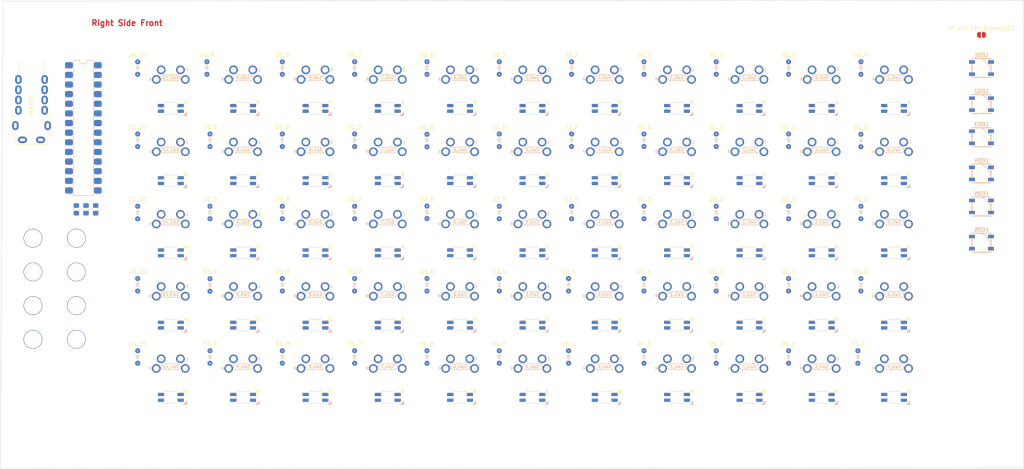
<source format=kicad_pcb>
(kicad_pcb (version 20240108) (generator "pcbnew") (generator_version "8.0")
  (layers (0 "F.Cu" signal) (31 "B.Cu" signal) (34 "B.Paste" user) (35 "F.Paste" user) (36 "B.SilkS" user "B.Silkscreen") (37 "F.SilkS" user "F.Silkscreen") (38 "B.Mask" user) (39 "F.Mask" user) (44 "Edge.Cuts" user))
  (net 0 "")
  (net 1 "VCC")
  (net 2 "GND")
  (net 3 "LED_Ctrl")
  (net 4 "Net-(D0_0-A)")
  (net 5 "Net-(D0_1-A)")
  (net 6 "Net-(D0_2-A)")
  (net 7 "Net-(D0_3-A)")
  (net 8 "Net-(D0_4-A)")
  (net 9 "Row3")
  (net 10 "Net-(D0_5-A)")
  (net 11 "Row4")
  (net 12 "Net-(D0_6-A)")
  (net 13 "Net-(D0_7-A)")
  (net 14 "Net-(D0_8-A)")
  (net 15 "Net-(D0_9-A)")
  (net 16 "Net-(D0_10-A)")
  (net 17 "Net-(D1_0-A)")
  (net 18 "Row0")
  (net 19 "Net-(D1_1-A)")
  (net 20 "Row1")
  (net 21 "Net-(D1_2-A)")
  (net 22 "Row2")
  (net 23 "Net-(D1_3-A)")
  (net 24 "Net-(D1_4-A)")
  (net 25 "Net-(D1_5-A)")
  (net 26 "Net-(D1_6-A)")
  (net 27 "Net-(D1_7-A)")
  (net 28 "Net-(D1_8-A)")
  (net 29 "I2C_SCL")
  (net 30 "I2C_SDA")
  (net 31 "Net-(D1_9-A)")
  (net 32 "Net-(D1_10-A)")
  (net 33 "Net-(D2_0-A)")
  (net 34 "Col0")
  (net 35 "Col1")
  (net 36 "Col2")
  (net 37 "Col3")
  (net 38 "Col4")
  (net 39 "Col5")
  (net 40 "Col6")
  (net 41 "Net-(D2_1-A)")
  (net 42 "Net-(D2_2-A)")
  (net 43 "Net-(D2_3-A)")
  (net 44 "Net-(D2_4-A)")
  (net 45 "Net-(D2_5-A)")
  (net 46 "Net-(D2_6-A)")
  (net 47 "Net-(D2_7-A)")
  (net 48 "Net-(D2_8-A)")
  (net 49 "Net-(D2_9-A)")
  (net 50 "Net-(D2_10-A)")
  (net 51 "Net-(D3_0-A)")
  (net 52 "Net-(D3_1-A)")
  (net 53 "Net-(D3_2-A)")
  (net 54 "Net-(D3_3-A)")
  (net 55 "Net-(D3_4-A)")
  (net 56 "Net-(D3_5-A)")
  (net 57 "Net-(D3_6-A)")
  (net 58 "Net-(D3_7-A)")
  (net 59 "Net-(D3_8-A)")
  (net 60 "Net-(D3_9-A)")
  (net 61 "Net-(D3_10-A)")
  (net 62 "Net-(D4_0-A)")
  (net 63 "Net-(D4_1-A)")
  (net 64 "Net-(D4_2-A)")
  (net 65 "Net-(D4_3-A)")
  (net 66 "Net-(D4_4-A)")
  (net 67 "Net-(D4_5-A)")
  (net 68 "Net-(D4_6-A)")
  (net 69 "Net-(D4_7-A)")
  (net 70 "Net-(D4_8-A)")
  (net 71 "Net-(D4_9-A)")
  (net 72 "Net-(D4_10-A)")
  (net 73 "Net-(JP_LED_Ctrl_BypassUG1-A)")
  (net 74 "Net-(LED0_0-DOUT)")
  (net 75 "Net-(LED0_0-DIN)")
  (net 76 "Net-(LED0_1-DOUT)")
  (net 77 "Net-(LED0_2-DOUT)")
  (net 78 "Net-(LED0_3-DOUT)")
  (net 79 "Net-(LED0_4-DOUT)")
  (net 80 "Net-(LED0_5-DOUT)")
  (net 81 "Net-(LED0_6-DOUT)")
  (net 82 "Net-(LED0_7-DOUT)")
  (net 83 "Net-(LED0_8-DOUT)")
  (net 84 "Net-(LED0_10-DIN)")
  (net 86 "Net-(LED1-DOUT)")
  (net 87 "Net-(LED1_0-DOUT)")
  (net 88 "Net-(LED1_0-DIN)")
  (net 89 "Net-(LED1_1-DOUT)")
  (net 90 "Net-(LED1_2-DOUT)")
  (net 91 "Net-(LED1_3-DOUT)")
  (net 92 "Net-(LED1_4-DOUT)")
  (net 93 "Net-(LED1_5-DOUT)")
  (net 94 "Net-(LED1_6-DOUT)")
  (net 95 "Net-(LED1_7-DOUT)")
  (net 96 "Net-(LED1_8-DOUT)")
  (net 97 "Net-(LED1_10-DIN)")
  (net 98 "Net-(LED2-DOUT)")
  (net 99 "Net-(LED2_0-DOUT)")
  (net 100 "Net-(LED2_0-DIN)")
  (net 101 "Net-(LED2_1-DOUT)")
  (net 102 "Net-(LED2_2-DOUT)")
  (net 103 "Net-(LED2_3-DOUT)")
  (net 104 "Net-(LED2_4-DOUT)")
  (net 105 "Net-(LED2_5-DOUT)")
  (net 106 "Net-(LED2_6-DOUT)")
  (net 107 "Net-(LED2_7-DOUT)")
  (net 108 "Net-(LED2_8-DOUT)")
  (net 109 "Net-(LED2_10-DIN)")
  (net 110 "Net-(LED3-DOUT)")
  (net 111 "Net-(LED3_0-DOUT)")
  (net 112 "Net-(LED3_0-DIN)")
  (net 113 "Net-(LED3_1-DOUT)")
  (net 114 "Net-(LED3_2-DOUT)")
  (net 115 "Net-(LED3_3-DOUT)")
  (net 116 "Net-(LED3_4-DOUT)")
  (net 117 "Net-(LED3_5-DOUT)")
  (net 118 "Net-(LED3_6-DOUT)")
  (net 119 "Net-(LED3_7-DOUT)")
  (net 120 "Net-(LED3_8-DOUT)")
  (net 121 "Net-(LED3_10-DIN)")
  (net 122 "Net-(LED4-DOUT)")
  (net 123 "Net-(LED4_0-DOUT)")
  (net 124 "Net-(LED4_1-DOUT)")
  (net 125 "Net-(LED4_2-DOUT)")
  (net 126 "Net-(LED4_3-DOUT)")
  (net 127 "Net-(LED4_4-DOUT)")
  (net 128 "Net-(LED4_5-DOUT)")
  (net 129 "Net-(LED4_6-DOUT)")
  (net 130 "Net-(LED4_7-DOUT)")
  (net 131 "Net-(LED4_8-DOUT)")
  (net 132 "Net-(LED4_10-DIN)")
  (net 133 "Col7")
  (net 134 "Col8")
  (net 135 "Col9")
  (net 136 "Col10")
  (net 137 "Net-(LED5-DOUT)")
  (net 138 "Net-(U_right_1-A2)")
  (net 139 "Net-(U_right_1-A1)")
  (net 140 "Net-(U_right_1-A0)")
  (net 141 "Net-(U_left_1-A2)")
  (net 142 "Net-(U_left_1-A1)")
  (net 143 "Net-(U_left_1-A0)")
  (footprint "Keyboard_Components:SK6812MiniE_MX_Addon" (layer "F.Cu") (at 230.62 121.97)
    (property "Reference" "LED4_1")
    (property "Value" "SK6812MINI")
    (fp_line (start -1.699999 5.782841) (end -1.699999 4.377157) (stroke (width 0.1)) (layer "Edge.Cuts"))
    (fp_line (start -0.794452 3.58) (end 0.794453 3.58) (stroke (width 0.1)) (layer "Edge.Cuts"))
    (fp_line (start 0.794452 6.579999) (end -0.794452 6.579999) (stroke (width 0.1)) (layer "Edge.Cuts"))
    (fp_line (start 1.699999 4.377157) (end 1.699999 5.782841) (stroke (width 0.1)) (layer "Edge.Cuts"))
    (fp_arc (start -1.749484 4.160279) (mid -1.712527 4.265931) (end -1.699999 4.377157) (stroke (width 0.1)) (layer "Edge.Cuts"))
    (fp_arc (start -1.749484 4.160279) (mid -1.638071 3.575964) (end -1.046711 3.5117) (stroke (width 0.1)) (layer "Edge.Cuts"))
    (fp_arc (start -1.699999 5.782842) (mid -1.712527 5.894067) (end -1.749484 5.999719) (stroke (width 0.1)) (layer "Edge.Cuts"))
    (fp_arc (start -1.046711 6.648296) (mid -1.63807 6.584033) (end -1.749484 5.999719) (stroke (width 0.1)) (layer "Edge.Cuts"))
    (fp_arc (start -1.04671 6.648298) (mid -0.925122 6.597376) (end -0.794452 6.579999) (stroke (width 0.1)) (layer "Edge.Cuts"))
    (fp_arc (start -0.794453 3.579999) (mid -0.925123 3.562622) (end -1.046711 3.5117) (stroke (width 0.1)) (layer "Edge.Cuts"))
    (fp_arc (start 0.794452 6.579999) (mid 0.925123 6.597376) (end 1.046711 6.648298) (stroke (width 0.1)) (layer "Edge.Cuts"))
    (fp_arc (start 1.046711 3.511701) (mid 0.925123 3.562623) (end 0.794453 3.58) (stroke (width 0.1)) (layer "Edge.Cuts"))
    (fp_arc (start 1.046711 3.511701) (mid 1.638071 3.575964) (end 1.749484 4.160279) (stroke (width 0.1)) (layer "Edge.Cuts"))
    (fp_arc (start 1.699999 4.377156) (mid 1.712526 4.26593) (end 1.749484 4.160279) (stroke (width 0.1)) (layer "Edge.Cuts"))
    (fp_arc (start 1.749484 5.999718) (mid 1.638072 6.584034) (end 1.046711 6.648298) (stroke (width 0.1)) (layer "Edge.Cuts"))
    (fp_arc (start 1.749484 5.999719) (mid 1.712511 5.89407) (end 1.699999 5.782841) (stroke (width 0.1)) (layer "Edge.Cuts"))
  )
  (footprint "Switch_Footprints:MX_lss_100U_doubleSided" (layer "F.Cu") (at 135.37 45.77)
    (property "Reference" "SW0_6")
    (property "Value" "SW_Push")
  )
  (footprint "Keyboard_Components:Throughhole_Standoff" (layer "F.Cu") (at 22.86 93.98)
    (property "Reference" "H3" (hide yes))
    (property "Value" "MountingHole")
  )
  (footprint "Keyboard_Components:SK6812MiniE_MX_Addon" (layer "F.Cu") (at 135.37 83.87)
    (property "Reference" "LED2_6")
    (property "Value" "SK6812MINI")
    (fp_line (start -1.699999 5.782841) (end -1.699999 4.377157) (stroke (width 0.1)) (layer "Edge.Cuts"))
    (fp_line (start -0.794452 3.58) (end 0.794453 3.58) (stroke (width 0.1)) (layer "Edge.Cuts"))
    (fp_line (start 0.794452 6.579999) (end -0.794452 6.579999) (stroke (width 0.1)) (layer "Edge.Cuts"))
    (fp_line (start 1.699999 4.377157) (end 1.699999 5.782841) (stroke (width 0.1)) (layer "Edge.Cuts"))
    (fp_arc (start -1.749484 4.160279) (mid -1.712527 4.265931) (end -1.699999 4.377157) (stroke (width 0.1)) (layer "Edge.Cuts"))
    (fp_arc (start -1.749484 4.160279) (mid -1.638071 3.575964) (end -1.046711 3.5117) (stroke (width 0.1)) (layer "Edge.Cuts"))
    (fp_arc (start -1.699999 5.782842) (mid -1.712527 5.894067) (end -1.749484 5.999719) (stroke (width 0.1)) (layer "Edge.Cuts"))
    (fp_arc (start -1.046711 6.648296) (mid -1.63807 6.584033) (end -1.749484 5.999719) (stroke (width 0.1)) (layer "Edge.Cuts"))
    (fp_arc (start -1.04671 6.648298) (mid -0.925122 6.597376) (end -0.794452 6.579999) (stroke (width 0.1)) (layer "Edge.Cuts"))
    (fp_arc (start -0.794453 3.579999) (mid -0.925123 3.562622) (end -1.046711 3.5117) (stroke (width 0.1)) (layer "Edge.Cuts"))
    (fp_arc (start 0.794452 6.579999) (mid 0.925123 6.597376) (end 1.046711 6.648298) (stroke (width 0.1)) (layer "Edge.Cuts"))
    (fp_arc (start 1.046711 3.511701) (mid 0.925123 3.562623) (end 0.794453 3.58) (stroke (width 0.1)) (layer "Edge.Cuts"))
    (fp_arc (start 1.046711 3.511701) (mid 1.638071 3.575964) (end 1.749484 4.160279) (stroke (width 0.1)) (layer "Edge.Cuts"))
    (fp_arc (start 1.699999 4.377156) (mid 1.712526 4.26593) (end 1.749484 4.160279) (stroke (width 0.1)) (layer "Edge.Cuts"))
    (fp_arc (start 1.749484 5.999718) (mid 1.638072 6.584034) (end 1.046711 6.648298) (stroke (width 0.1)) (layer "Edge.Cuts"))
    (fp_arc (start 1.749484 5.999719) (mid 1.712511 5.89407) (end 1.699999 5.782841) (stroke (width 0.1)) (layer "Edge.Cuts"))
  )
  (footprint "Keyboard_Components:Diode_SMD_Round_Pads" (layer "F.Cu") (at 240.93875 59.32625)
    (property "Reference" "D1_0")
    (property "Value" "D_Small")
  )
  (footprint "Switch_Footprints:MX_lss_100U_doubleSided" (layer "F.Cu") (at 192.52 83.87)
    (property "Reference" "SW2_3")
    (property "Value" "SW_Push")
  )
  (footprint "Keyboard_Components:WS2812B_doublesided" (layer "F.Cu") (at 272.68875 86.25125)
    (property "Reference" "LED6")
    (property "Value" "WS2812B" (hide yes))
  )
  (footprint "Switch_Footprints:MX_lss_100U_doubleSided" (layer "F.Cu") (at 135.37 83.87)
    (property "Reference" "SW2_6")
    (property "Value" "SW_Push")
  )
  (footprint "Keyboard_Components:Diode_SMD_Round_Pads" (layer "F.Cu") (at 88.53875 97.36375)
    (property "Reference" "D3_8")
    (property "Value" "D_Small")
  )
  (footprint "Keyboard_Components:SK6812MiniE_MX_Addon" (layer "F.Cu") (at 211.57 45.77)
    (property "Reference" "LED0_2")
    (property "Value" "SK6812MINI")
    (fp_line (start -1.699999 5.782841) (end -1.699999 4.377157) (stroke (width 0.1)) (layer "Edge.Cuts"))
    (fp_line (start -0.794452 3.58) (end 0.794453 3.58) (stroke (width 0.1)) (layer "Edge.Cuts"))
    (fp_line (start 0.794452 6.579999) (end -0.794452 6.579999) (stroke (width 0.1)) (layer "Edge.Cuts"))
    (fp_line (start 1.699999 4.377157) (end 1.699999 5.782841) (stroke (width 0.1)) (layer "Edge.Cuts"))
    (fp_arc (start -1.749484 4.160279) (mid -1.712527 4.265931) (end -1.699999 4.377157) (stroke (width 0.1)) (layer "Edge.Cuts"))
    (fp_arc (start -1.749484 4.160279) (mid -1.638071 3.575964) (end -1.046711 3.5117) (stroke (width 0.1)) (layer "Edge.Cuts"))
    (fp_arc (start -1.699999 5.782842) (mid -1.712527 5.894067) (end -1.749484 5.999719) (stroke (width 0.1)) (layer "Edge.Cuts"))
    (fp_arc (start -1.046711 6.648296) (mid -1.63807 6.584033) (end -1.749484 5.999719) (stroke (width 0.1)) (layer "Edge.Cuts"))
    (fp_arc (start -1.04671 6.648298) (mid -0.925122 6.597376) (end -0.794452 6.579999) (stroke (width 0.1)) (layer "Edge.Cuts"))
    (fp_arc (start -0.794453 3.579999) (mid -0.925123 3.562622) (end -1.046711 3.5117) (stroke (width 0.1)) (layer "Edge.Cuts"))
    (fp_arc (start 0.794452 6.579999) (mid 0.925123 6.597376) (end 1.046711 6.648298) (stroke (width 0.1)) (layer "Edge.Cuts"))
    (fp_arc (start 1.046711 3.511701) (mid 0.925123 3.562623) (end 0.794453 3.58) (stroke (width 0.1)) (layer "Edge.Cuts"))
    (fp_arc (start 1.046711 3.511701) (mid 1.638071 3.575964) (end 1.749484 4.160279) (stroke (width 0.1)) (layer "Edge.Cuts"))
    (fp_arc (start 1.699999 4.377156) (mid 1.712526 4.26593) (end 1.749484 4.160279) (stroke (width 0.1)) (layer "Edge.Cuts"))
    (fp_arc (start 1.749484 5.999718) (mid 1.638072 6.584034) (end 1.046711 6.648298) (stroke (width 0.1)) (layer "Edge.Cuts"))
    (fp_arc (start 1.749484 5.999719) (mid 1.712511 5.89407) (end 1.699999 5.782841) (stroke (width 0.1)) (layer "Edge.Cuts"))
  )
  (footprint "Keyboard_Components:SK6812MiniE_MX_Addon" (layer "F.Cu") (at 116.32 45.77)
    (property "Reference" "LED0_7")
    (property "Value" "SK6812MINI")
    (fp_line (start -1.699999 5.782841) (end -1.699999 4.377157) (stroke (width 0.1)) (layer "Edge.Cuts"))
    (fp_line (start -0.794452 3.58) (end 0.794453 3.58) (stroke (width 0.1)) (layer "Edge.Cuts"))
    (fp_line (start 0.794452 6.579999) (end -0.794452 6.579999) (stroke (width 0.1)) (layer "Edge.Cuts"))
    (fp_line (start 1.699999 4.377157) (end 1.699999 5.782841) (stroke (width 0.1)) (layer "Edge.Cuts"))
    (fp_arc (start -1.749484 4.160279) (mid -1.712527 4.265931) (end -1.699999 4.377157) (stroke (width 0.1)) (layer "Edge.Cuts"))
    (fp_arc (start -1.749484 4.160279) (mid -1.638071 3.575964) (end -1.046711 3.5117) (stroke (width 0.1)) (layer "Edge.Cuts"))
    (fp_arc (start -1.699999 5.782842) (mid -1.712527 5.894067) (end -1.749484 5.999719) (stroke (width 0.1)) (layer "Edge.Cuts"))
    (fp_arc (start -1.046711 6.648296) (mid -1.63807 6.584033) (end -1.749484 5.999719) (stroke (width 0.1)) (layer "Edge.Cuts"))
    (fp_arc (start -1.04671 6.648298) (mid -0.925122 6.597376) (end -0.794452 6.579999) (stroke (width 0.1)) (layer "Edge.Cuts"))
    (fp_arc (start -0.794453 3.579999) (mid -0.925123 3.562622) (end -1.046711 3.5117) (stroke (width 0.1)) (layer "Edge.Cuts"))
    (fp_arc (start 0.794452 6.579999) (mid 0.925123 6.597376) (end 1.046711 6.648298) (stroke (width 0.1)) (layer "Edge.Cuts"))
    (fp_arc (start 1.046711 3.511701) (mid 0.925123 3.562623) (end 0.794453 3.58) (stroke (width 0.1)) (layer "Edge.Cuts"))
    (fp_arc (start 1.046711 3.511701) (mid 1.638071 3.575964) (end 1.749484 4.160279) (stroke (width 0.1)) (layer "Edge.Cuts"))
    (fp_arc (start 1.699999 4.377156) (mid 1.712526 4.26593) (end 1.749484 4.160279) (stroke (width 0.1)) (layer "Edge.Cuts"))
    (fp_arc (start 1.749484 5.999718) (mid 1.638072 6.584034) (end 1.046711 6.648298) (stroke (width 0.1)) (layer "Edge.Cuts"))
    (fp_arc (start 1.749484 5.999719) (mid 1.712511 5.89407) (end 1.699999 5.782841) (stroke (width 0.1)) (layer "Edge.Cuts"))
  )
  (footprint "Resistor_SMD:R_0805_2012Metric_Pad1.20x1.40mm_HandSolder" (layer "F.Cu") (at 39.37 77.47 90)
    (property "Reference" "R3" (hide yes))
    (property "Value" "R10K")
  )
  (footprint "Keyboard_Components:SK6812MiniE_MX_Addon" (layer "F.Cu") (at 154.42 64.82)
    (property "Reference" "LED1_5")
    (property "Value" "SK6812MINI")
    (fp_line (start -1.699999 5.782841) (end -1.699999 4.377157) (stroke (width 0.1)) (layer "Edge.Cuts"))
    (fp_line (start -0.794452 3.58) (end 0.794453 3.58) (stroke (width 0.1)) (layer "Edge.Cuts"))
    (fp_line (start 0.794452 6.579999) (end -0.794452 6.579999) (stroke (width 0.1)) (layer "Edge.Cuts"))
    (fp_line (start 1.699999 4.377157) (end 1.699999 5.782841) (stroke (width 0.1)) (layer "Edge.Cuts"))
    (fp_arc (start -1.749484 4.160279) (mid -1.712527 4.265931) (end -1.699999 4.377157) (stroke (width 0.1)) (layer "Edge.Cuts"))
    (fp_arc (start -1.749484 4.160279) (mid -1.638071 3.575964) (end -1.046711 3.5117) (stroke (width 0.1)) (layer "Edge.Cuts"))
    (fp_arc (start -1.699999 5.782842) (mid -1.712527 5.894067) (end -1.749484 5.999719) (stroke (width 0.1)) (layer "Edge.Cuts"))
    (fp_arc (start -1.046711 6.648296) (mid -1.63807 6.584033) (end -1.749484 5.999719) (stroke (width 0.1)) (layer "Edge.Cuts"))
    (fp_arc (start -1.04671 6.648298) (mid -0.925122 6.597376) (end -0.794452 6.579999) (stroke (width 0.1)) (layer "Edge.Cuts"))
    (fp_arc (start -0.794453 3.579999) (mid -0.925123 3.562622) (end -1.046711 3.5117) (stroke (width 0.1)) (layer "Edge.Cuts"))
    (fp_arc (start 0.794452 6.579999) (mid 0.925123 6.597376) (end 1.046711 6.648298) (stroke (width 0.1)) (layer "Edge.Cuts"))
    (fp_arc (start 1.046711 3.511701) (mid 0.925123 3.562623) (end 0.794453 3.58) (stroke (width 0.1)) (layer "Edge.Cuts"))
    (fp_arc (start 1.046711 3.511701) (mid 1.638071 3.575964) (end 1.749484 4.160279) (stroke (width 0.1)) (layer "Edge.Cuts"))
    (fp_arc (start 1.699999 4.377156) (mid 1.712526 4.26593) (end 1.749484 4.160279) (stroke (width 0.1)) (layer "Edge.Cuts"))
    (fp_arc (start 1.749484 5.999718) (mid 1.638072 6.584034) (end 1.046711 6.648298) (stroke (width 0.1)) (layer "Edge.Cuts"))
    (fp_arc (start 1.749484 5.999719) (mid 1.712511 5.89407) (end 1.699999 5.782841) (stroke (width 0.1)) (layer "Edge.Cuts"))
  )
  (footprint "Switch_Footprints:MX_lss_100U_doubleSided" (layer "F.Cu") (at 97.27 102.92)
    (property "Reference" "SW3_8")
    (property "Value" "SW_Push")
  )
  (footprint "Keyboard_Components:Diode_SMD_Round_Pads" (layer "F.Cu") (at 221.88875 116.41375)
    (property "Reference" "D4_1")
    (property "Value" "D_Small")
  )
  (footprint "Keyboard_Components:SK6812MiniE_MX_Addon" (layer "F.Cu") (at 211.57 83.87)
    (property "Reference" "LED2_2")
    (property "Value" "SK6812MINI")
    (fp_line (start -1.699999 5.782841) (end -1.699999 4.377157) (stroke (width 0.1)) (layer "Edge.Cuts"))
    (fp_line (start -0.794452 3.58) (end 0.794453 3.58) (stroke (width 0.1)) (layer "Edge.Cuts"))
    (fp_line (start 0.794452 6.579999) (end -0.794452 6.579999) (stroke (width 0.1)) (layer "Edge.Cuts"))
    (fp_line (start 1.699999 4.377157) (end 1.699999 5.782841) (stroke (width 0.1)) (layer "Edge.Cuts"))
    (fp_arc (start -1.749484 4.160279) (mid -1.712527 4.265931) (end -1.699999 4.377157) (stroke (width 0.1)) (layer "Edge.Cuts"))
    (fp_arc (start -1.749484 4.160279) (mid -1.638071 3.575964) (end -1.046711 3.5117) (stroke (width 0.1)) (layer "Edge.Cuts"))
    (fp_arc (start -1.699999 5.782842) (mid -1.712527 5.894067) (end -1.749484 5.999719) (stroke (width 0.1)) (layer "Edge.Cuts"))
    (fp_arc (start -1.046711 6.648296) (mid -1.63807 6.584033) (end -1.749484 5.999719) (stroke (width 0.1)) (layer "Edge.Cuts"))
    (fp_arc (start -1.04671 6.648298) (mid -0.925122 6.597376) (end -0.794452 6.579999) (stroke (width 0.1)) (layer "Edge.Cuts"))
    (fp_arc (start -0.794453 3.579999) (mid -0.925123 3.562622) (end -1.046711 3.5117) (stroke (width 0.1)) (layer "Edge.Cuts"))
    (fp_arc (start 0.794452 6.579999) (mid 0.925123 6.597376) (end 1.046711 6.648298) (stroke (width 0.1)) (layer "Edge.Cuts"))
    (fp_arc (start 1.046711 3.511701) (mid 0.925123 3.562623) (end 0.794453 3.58) (stroke (width 0.1)) (layer "Edge.Cuts"))
    (fp_arc (start 1.046711 3.511701) (mid 1.638071 3.575964) (end 1.749484 4.160279) (stroke (width 0.1)) (layer "Edge.Cuts"))
    (fp_arc (start 1.699999 4.377156) (mid 1.712526 4.26593) (end 1.749484 4.160279) (stroke (width 0.1)) (layer "Edge.Cuts"))
    (fp_arc (start 1.749484 5.999718) (mid 1.638072 6.584034) (end 1.046711 6.648298) (stroke (width 0.1)) (layer "Edge.Cuts"))
    (fp_arc (start 1.749484 5.999719) (mid 1.712511 5.89407) (end 1.699999 5.782841) (stroke (width 0.1)) (layer "Edge.Cuts"))
  )
  (footprint "Keyboard_Components:Diode_SMD_Round_Pads" (layer "F.Cu") (at 240.93875 40.21375)
    (property "Reference" "D0_0")
    (property "Value" "D_Small")
  )
  (footprint "Keyboard_Components:Diode_SMD_Round_Pads" (layer "F.Cu") (at 88.53875 116.41375)
    (property "Reference" "D4_8")
    (property "Value" "D_Small")
  )
  (footprint "Switch_Footprints:MX_lss_100U_doubleSided" (layer "F.Cu") (at 116.32 45.77)
    (property "Reference" "SW0_7")
    (property "Value" "SW_Push")
  )
  (footprint "Switch_Footprints:MX_lss_100U_doubleSided" (layer "F.Cu") (at 173.47 121.97)
    (property "Reference" "SW4_4")
    (property "Value" "SW_Push")
  )
  (footprint "Keyboard_Components:Diode_SMD_Round_Pads" (layer "F.Cu") (at 126.63875 97.36375)
    (property "Reference" "D3_6")
    (property "Value" "D_Small")
  )
  (footprint "Keyboard_Components:SK6812MiniE_MX_Addon" (layer "F.Cu") (at 59.17 64.82)
    (property "Reference" "LED1_10")
    (property "Value" "SK6812MINI")
    (fp_line (start -1.699999 5.782841) (end -1.699999 4.377157) (stroke (width 0.1)) (layer "Edge.Cuts"))
    (fp_line (start -0.794452 3.58) (end 0.794453 3.58) (stroke (width 0.1)) (layer "Edge.Cuts"))
    (fp_line (start 0.794452 6.579999) (end -0.794452 6.579999) (stroke (width 0.1)) (layer "Edge.Cuts"))
    (fp_line (start 1.699999 4.377157) (end 1.699999 5.782841) (stroke (width 0.1)) (layer "Edge.Cuts"))
    (fp_arc (start -1.749484 4.160279) (mid -1.712527 4.265931) (end -1.699999 4.377157) (stroke (width 0.1)) (layer "Edge.Cuts"))
    (fp_arc (start -1.749484 4.160279) (mid -1.638071 3.575964) (end -1.046711 3.5117) (stroke (width 0.1)) (layer "Edge.Cuts"))
    (fp_arc (start -1.699999 5.782842) (mid -1.712527 5.894067) (end -1.749484 5.999719) (stroke (width 0.1)) (layer "Edge.Cuts"))
    (fp_arc (start -1.046711 6.648296) (mid -1.63807 6.584033) (end -1.749484 5.999719) (stroke (width 0.1)) (layer "Edge.Cuts"))
    (fp_arc (start -1.04671 6.648298) (mid -0.925122 6.597376) (end -0.794452 6.579999) (stroke (width 0.1)) (layer "Edge.Cuts"))
    (fp_arc (start -0.794453 3.579999) (mid -0.925123 3.562622) (end -1.046711 3.5117) (stroke (width 0.1)) (layer "Edge.Cuts"))
    (fp_arc (start 0.794452 6.579999) (mid 0.925123 6.597376) (end 1.046711 6.648298) (stroke (width 0.1)) (layer "Edge.Cuts"))
    (fp_arc (start 1.046711 3.511701) (mid 0.925123 3.562623) (end 0.794453 3.58) (stroke (width 0.1)) (layer "Edge.Cuts"))
    (fp_arc (start 1.046711 3.511701) (mid 1.638071 3.575964) (end 1.749484 4.160279) (stroke (width 0.1)) (layer "Edge.Cuts"))
    (fp_arc (start 1.699999 4.377156) (mid 1.712526 4.26593) (end 1.749484 4.160279) (stroke (width 0.1)) (layer "Edge.Cuts"))
    (fp_arc (start 1.749484 5.999718) (mid 1.638072 6.584034) (end 1.046711 6.648298) (stroke (width 0.1)) (layer "Edge.Cuts"))
    (fp_arc (start 1.749484 5.999719) (mid 1.712511 5.89407) (end 1.699999 5.782841) (stroke (width 0.1)) (layer "Edge.Cuts"))
  )
  (footprint "Keyboard_Components:Diode_SMD_Round_Pads" (layer "F.Cu") (at 202.83875 40.21375)
    (property "Reference" "D0_2")
    (property "Value" "D_Small")
  )
  (footprint "Keyboard_Components:Diode_SMD_Round_Pads" (layer "F.Cu") (at 164.73875 40.21375)
    (property "Reference" "D0_4")
    (property "Value" "D_Small")
  )
  (footprint "Keyboard_Components:SK6812MiniE_MX_Addon" (layer "F.Cu") (at 78.22 45.77)
    (property "Reference" "LED0_9")
    (property "Value" "SK6812MINI")
    (fp_line (start -1.699999 5.782841) (end -1.699999 4.377157) (stroke (width 0.1)) (layer "Edge.Cuts"))
    (fp_line (start -0.794452 3.58) (end 0.794453 3.58) (stroke (width 0.1)) (layer "Edge.Cuts"))
    (fp_line (start 0.794452 6.579999) (end -0.794452 6.579999) (stroke (width 0.1)) (layer "Edge.Cuts"))
    (fp_line (start 1.699999 4.377157) (end 1.699999 5.782841) (stroke (width 0.1)) (layer "Edge.Cuts"))
    (fp_arc (start -1.749484 4.160279) (mid -1.712527 4.265931) (end -1.699999 4.377157) (stroke (width 0.1)) (layer "Edge.Cuts"))
    (fp_arc (start -1.749484 4.160279) (mid -1.638071 3.575964) (end -1.046711 3.5117) (stroke (width 0.1)) (layer "Edge.Cuts"))
    (fp_arc (start -1.699999 5.782842) (mid -1.712527 5.894067) (end -1.749484 5.999719) (stroke (width 0.1)) (layer "Edge.Cuts"))
    (fp_arc (start -1.046711 6.648296) (mid -1.63807 6.584033) (end -1.749484 5.999719) (stroke (width 0.1)) (layer "Edge.Cuts"))
    (fp_arc (start -1.04671 6.648298) (mid -0.925122 6.597376) (end -0.794452 6.579999) (stroke (width 0.1)) (layer "Edge.Cuts"))
    (fp_arc (start -0.794453 3.579999) (mid -0.925123 3.562622) (end -1.046711 3.5117) (stroke (width 0.1)) (layer "Edge.Cuts"))
    (fp_arc (start 0.794452 6.579999) (mid 0.925123 6.597376) (end 1.046711 6.648298) (stroke (width 0.1)) (layer "Edge.Cuts"))
    (fp_arc (start 1.046711 3.511701) (mid 0.925123 3.562623) (end 0.794453 3.58) (stroke (width 0.1)) (layer "Edge.Cuts"))
    (fp_arc (start 1.046711 3.511701) (mid 1.638071 3.575964) (end 1.749484 4.160279) (stroke (width 0.1)) (layer "Edge.Cuts"))
    (fp_arc (start 1.699999 4.377156) (mid 1.712526 4.26593) (end 1.749484 4.160279) (stroke (width 0.1)) (layer "Edge.Cuts"))
    (fp_arc (start 1.749484 5.999718) (mid 1.638072 6.584034) (end 1.046711 6.648298) (stroke (width 0.1)) (layer "Edge.Cuts"))
    (fp_arc (start 1.749484 5.999719) (mid 1.712511 5.89407) (end 1.699999 5.782841) (stroke (width 0.1)) (layer "Edge.Cuts"))
  )
  (footprint "Keyboard_Components:SK6812MiniE_MX_Addon" (layer "F.Cu") (at 230.62 45.77)
    (property "Reference" "LED0_1")
    (property "Value" "SK6812MINI")
    (fp_line (start -1.699999 5.782841) (end -1.699999 4.377157) (stroke (width 0.1)) (layer "Edge.Cuts"))
    (fp_line (start -0.794452 3.58) (end 0.794453 3.58) (stroke (width 0.1)) (layer "Edge.Cuts"))
    (fp_line (start 0.794452 6.579999) (end -0.794452 6.579999) (stroke (width 0.1)) (layer "Edge.Cuts"))
    (fp_line (start 1.699999 4.377157) (end 1.699999 5.782841) (stroke (width 0.1)) (layer "Edge.Cuts"))
    (fp_arc (start -1.749484 4.160279) (mid -1.712527 4.265931) (end -1.699999 4.377157) (stroke (width 0.1)) (layer "Edge.Cuts"))
    (fp_arc (start -1.749484 4.160279) (mid -1.638071 3.575964) (end -1.046711 3.5117) (stroke (width 0.1)) (layer "Edge.Cuts"))
    (fp_arc (start -1.699999 5.782842) (mid -1.712527 5.894067) (end -1.749484 5.999719) (stroke (width 0.1)) (layer "Edge.Cuts"))
    (fp_arc (start -1.046711 6.648296) (mid -1.63807 6.584033) (end -1.749484 5.999719) (stroke (width 0.1)) (layer "Edge.Cuts"))
    (fp_arc (start -1.04671 6.648298) (mid -0.925122 6.597376) (end -0.794452 6.579999) (stroke (width 0.1)) (layer "Edge.Cuts"))
    (fp_arc (start -0.794453 3.579999) (mid -0.925123 3.562622) (end -1.046711 3.5117) (stroke (width 0.1)) (layer "Edge.Cuts"))
    (fp_arc (start 0.794452 6.579999) (mid 0.925123 6.597376) (end 1.046711 6.648298) (stroke (width 0.1)) (layer "Edge.Cuts"))
    (fp_arc (start 1.046711 3.511701) (mid 0.925123 3.562623) (end 0.794453 3.58) (stroke (width 0.1)) (layer "Edge.Cuts"))
    (fp_arc (start 1.046711 3.511701) (mid 1.638071 3.575964) (end 1.749484 4.160279) (stroke (width 0.1)) (layer "Edge.Cuts"))
    (fp_arc (start 1.699999 4.377156) (mid 1.712526 4.26593) (end 1.749484 4.160279) (stroke (width 0.1)) (layer "Edge.Cuts"))
    (fp_arc (start 1.749484 5.999718) (mid 1.638072 6.584034) (end 1.046711 6.648298) (stroke (width 0.1)) (layer "Edge.Cuts"))
    (fp_arc (start 1.749484 5.999719) (mid 1.712511 5.89407) (end 1.699999 5.782841) (stroke (width 0.1)) (layer "Edge.Cuts"))
  )
  (footprint "Keyboard_Components:Diode_SMD_Round_Pads" (layer "F.Cu") (at 202.83875 78.31375)
    (property "Reference" "D2_2")
    (property "Value" "D_Small")
  )
  (footprint "Switch_Footprints:MX_lss_100U_doubleSided" (layer "F.Cu") (at 211.57 121.97)
    (property "Reference" "SW4_2")
    (property "Value" "SW_Push")
  )
  (footprint "Switch_Footprints:MX_lss_100U_doubleSided" (layer "F.Cu") (at 173.47 45.77)
    (property "Reference" "SW0_4")
    (property "Value" "SW_Push")
  )
  (footprint "Switch_Footprints:MX_lss_100U_doubleSided" (layer "F.Cu") (at 230.62 83.87)
    (property "Reference" "SW2_1")
    (property "Value" "SW_Push")
  )
  (footprint "Keyboard_Components:SK6812MiniE_MX_Addon" (layer "F.Cu") (at 59.17 45.77)
    (property "Reference" "LED0_10")
    (property "Value" "SK6812MINI")
    (fp_line (start -1.699999 5.782841) (end -1.699999 4.377157) (stroke (width 0.1)) (layer "Edge.Cuts"))
    (fp_line (start -0.794452 3.58) (end 0.794453 3.58) (stroke (width 0.1)) (layer "Edge.Cuts"))
    (fp_line (start 0.794452 6.579999) (end -0.794452 6.579999) (stroke (width 0.1)) (layer "Edge.Cuts"))
    (fp_line (start 1.699999 4.377157) (end 1.699999 5.782841) (stroke (width 0.1)) (layer "Edge.Cuts"))
    (fp_arc (start -1.749484 4.160279) (mid -1.712527 4.265931) (end -1.699999 4.377157) (stroke (width 0.1)) (layer "Edge.Cuts"))
    (fp_arc (start -1.749484 4.160279) (mid -1.638071 3.575964) (end -1.046711 3.5117) (stroke (width 0.1)) (layer "Edge.Cuts"))
    (fp_arc (start -1.699999 5.782842) (mid -1.712527 5.894067) (end -1.749484 5.999719) (stroke (width 0.1)) (layer "Edge.Cuts"))
    (fp_arc (start -1.046711 6.648296) (mid -1.63807 6.584033) (end -1.749484 5.999719) (stroke (width 0.1)) (layer "Edge.Cuts"))
    (fp_arc (start -1.04671 6.648298) (mid -0.925122 6.597376) (end -0.794452 6.579999) (stroke (width 0.1)) (layer "Edge.Cuts"))
    (fp_arc (start -0.794453 3.579999) (mid -0.925123 3.562622) (end -1.046711 3.5117) (stroke (width 0.1)) (layer "Edge.Cuts"))
    (fp_arc (start 0.794452 6.579999) (mid 0.925123 6.597376) (end 1.046711 6.648298) (stroke (width 0.1)) (layer "Edge.Cuts"))
    (fp_arc (start 1.046711 3.511701) (mid 0.925123 3.562623) (end 0.794453 3.58) (stroke (width 0.1)) (layer "Edge.Cuts"))
    (fp_arc (start 1.046711 3.511701) (mid 1.638071 3.575964) (end 1.749484 4.160279) (stroke (width 0.1)) (layer "Edge.Cuts"))
    (fp_arc (start 1.699999 4.377156) (mid 1.712526 4.26593) (end 1.749484 4.160279) (stroke (width 0.1)) (layer "Edge.Cuts"))
    (fp_arc (start 1.749484 5.999718) (mid 1.638072 6.584034) (end 1.046711 6.648298) (stroke (width 0.1)) (layer "Edge.Cuts"))
    (fp_arc (start 1.749484 5.999719) (mid 1.712511 5.89407) (end 1.699999 5.782841) (stroke (width 0.1)) (layer "Edge.Cuts"))
  )
  (footprint "Keyboard_Components:Diode_SMD_Round_Pads" (layer "F.Cu") (at 107.58875 59.26375)
    (property "Reference" "D1_7")
    (property "Value" "D_Small")
  )
  (footprint "Keyboard_Components:Diode_SMD_Round_Pads" (layer "F.Cu") (at 183.78875 78.31375)
    (property "Reference" "D2_3")
    (property "Value" "D_Small")
  )
  (footprint "Keyboard_Components:Diode_SMD_Round_Pads" (layer "F.Cu") (at 50.43875 116.41375)
    (property "Reference" "D4_10")
    (property "Value" "D_Small")
  )
  (footprint "Keyboard_Components:SK6812MiniE_MX_Addon" (layer "F.Cu") (at 154.42 83.87)
    (property "Reference" "LED2_5")
    (property "Value" "SK6812MINI")
    (fp_line (start -1.699999 5.782841) (end -1.699999 4.377157) (stroke (width 0.1)) (layer "Edge.Cuts"))
    (fp_line (start -0.794452 3.58) (end 0.794453 3.58) (stroke (width 0.1)) (layer "Edge.Cuts"))
    (fp_line (start 0.794452 6.579999) (end -0.794452 6.579999) (stroke (width 0.1)) (layer "Edge.Cuts"))
    (fp_line (start 1.699999 4.377157) (end 1.699999 5.782841) (stroke (width 0.1)) (layer "Edge.Cuts"))
    (fp_arc (start -1.749484 4.160279) (mid -1.712527 4.265931) (end -1.699999 4.377157) (stroke (width 0.1)) (layer "Edge.Cuts"))
    (fp_arc (start -1.749484 4.160279) (mid -1.638071 3.575964) (end -1.046711 3.5117) (stroke (width 0.1)) (layer "Edge.Cuts"))
    (fp_arc (start -1.699999 5.782842) (mid -1.712527 5.894067) (end -1.749484 5.999719) (stroke (width 0.1)) (layer "Edge.Cuts"))
    (fp_arc (start -1.046711 6.648296) (mid -1.63807 6.584033) (end -1.749484 5.999719) (stroke (width 0.1)) (layer "Edge.Cuts"))
    (fp_arc (start -1.04671 6.648298) (mid -0.925122 6.597376) (end -0.794452 6.579999) (stroke (width 0.1)) (layer "Edge.Cuts"))
    (fp_arc (start -0.794453 3.579999) (mid -0.925123 3.562622) (end -1.046711 3.5117) (stroke (width 0.1)) (layer "Edge.Cuts"))
    (fp_arc (start 0.794452 6.579999) (mid 0.925123 6.597376) (end 1.046711 6.648298) (stroke (width 0.1)) (layer "Edge.Cuts"))
    (fp_arc (start 1.046711 3.511701) (mid 0.925123 3.562623) (end 0.794453 3.58) (stroke (width 0.1)) (layer "Edge.Cuts"))
    (fp_arc (start 1.046711 3.511701) (mid 1.638071 3.575964) (end 1.749484 4.160279) (stroke (width 0.1)) (layer "Edge.Cuts"))
    (fp_arc (start 1.699999 4.377156) (mid 1.712526 4.26593) (end 1.749484 4.160279) (stroke (width 0.1)) (layer "Edge.Cuts"))
    (fp_arc (start 1.749484 5.999718) (mid 1.638072 6.584034) (end 1.046711 6.648298) (stroke (width 0.1)) (layer "Edge.Cuts"))
    (fp_arc (start 1.749484 5.999719) (mid 1.712511 5.89407) (end 1.699999 5.782841) (stroke (width 0.1)) (layer "Edge.Cuts"))
  )
  (footprint "Switch_Footprints:MX_lss_100U_doubleSided" (layer "F.Cu") (at 154.42 45.77)
    (property "Reference" "SW0_5")
    (property "Value" "SW_Push")
  )
  (footprint "Keyboard_Components:Diode_SMD_Round_Pads" (layer "F.Cu") (at 107.58875 78.31375)
    (property "Reference" "D2_7")
    (property "Value" "D_Small")
  )
  (footprint "Keyboard_Components:Diode_SMD_Round_Pads" (layer "F.Cu") (at 50.43875 40.21375)
    (property "Reference" "D0_10")
    (property "Value" "D_Small")
  )
  (footprint "Keyboard_Components:Throughhole_Standoff" (layer "F.Cu") (at 34.29 93.98)
    (property "Reference" "H4" (hide yes))
    (property "Value" "MountingHole")
  )
  (footprint "Switch_Footprints:MX_lss_100U_doubleSided" (layer "F.Cu") (at 173.47 83.87)
    (property "Reference" "SW2_4")
    (property "Value" "SW_Push")
  )
  (footprint "Keyboard_Components:SK6812MiniE_MX_Addon" (layer "F.Cu") (at 97.27 45.77)
    (property "Reference" "LED0_8")
    (property "Value" "SK6812MINI")
    (fp_line (start -1.699999 5.782841) (end -1.699999 4.377157) (stroke (width 0.1)) (layer "Edge.Cuts"))
    (fp_line (start -0.794452 3.58) (end 0.794453 3.58) (stroke (width 0.1)) (layer "Edge.Cuts"))
    (fp_line (start 0.794452 6.579999) (end -0.794452 6.579999) (stroke (width 0.1)) (layer "Edge.Cuts"))
    (fp_line (start 1.699999 4.377157) (end 1.699999 5.782841) (stroke (width 0.1)) (layer "Edge.Cuts"))
    (fp_arc (start -1.749484 4.160279) (mid -1.712527 4.265931) (end -1.699999 4.377157) (stroke (width 0.1)) (layer "Edge.Cuts"))
    (fp_arc (start -1.749484 4.160279) (mid -1.638071 3.575964) (end -1.046711 3.5117) (stroke (width 0.1)) (layer "Edge.Cuts"))
    (fp_arc (start -1.699999 5.782842) (mid -1.712527 5.894067) (end -1.749484 5.999719) (stroke (width 0.1)) (layer "Edge.Cuts"))
    (fp_arc (start -1.046711 6.648296) (mid -1.63807 6.584033) (end -1.749484 5.999719) (stroke (width 0.1)) (layer "Edge.Cuts"))
    (fp_arc (start -1.04671 6.648298) (mid -0.925122 6.597376) (end -0.794452 6.579999) (stroke (width 0.1)) (layer "Edge.Cuts"))
    (fp_arc (start -0.794453 3.579999) (mid -0.925123 3.562622) (end -1.046711 3.5117) (stroke (width 0.1)) (layer "Edge.Cuts"))
    (fp_arc (start 0.794452 6.579999) (mid 0.925123 6.597376) (end 1.046711 6.648298) (stroke (width 0.1)) (layer "Edge.Cuts"))
    (fp_arc (start 1.046711 3.511701) (mid 0.925123 3.562623) (end 0.794453 3.58) (stroke (width 0.1)) (layer "Edge.Cuts"))
    (fp_arc (start 1.046711 3.511701) (mid 1.638071 3.575964) (end 1.749484 4.160279) (stroke (width 0.1)) (layer "Edge.Cuts"))
    (fp_arc (start 1.699999 4.377156) (mid 1.712526 4.26593) (end 1.749484 4.160279) (stroke (width 0.1)) (layer "Edge.Cuts"))
    (fp_arc (start 1.749484 5.999718) (mid 1.638072 6.584034) (end 1.046711 6.648298) (stroke (width 0.1)) (layer "Edge.Cuts"))
    (fp_arc (start 1.749484 5.999719) (mid 1.712511 5.89407) (end 1.699999 5.782841) (stroke (width 0.1)) (layer "Edge.Cuts"))
  )
  (footprint "Keyboard_Components:SK6812MiniE_MX_Addon" (layer "F.Cu") (at 192.52 45.77)
    (property "Reference" "LED0_3")
    (property "Value" "SK6812MINI")
    (fp_line (start -1.699999 5.782841) (end -1.699999 4.377157) (stroke (width 0.1)) (layer "Edge.Cuts"))
    (fp_line (start -0.794452 3.58) (end 0.794453 3.58) (stroke (width 0.1)) (layer "Edge.Cuts"))
    (fp_line (start 0.794452 6.579999) (end -0.794452 6.579999) (stroke (width 0.1)) (layer "Edge.Cuts"))
    (fp_line (start 1.699999 4.377157) (end 1.699999 5.782841) (stroke (width 0.1)) (layer "Edge.Cuts"))
    (fp_arc (start -1.749484 4.160279) (mid -1.712527 4.265931) (end -1.699999 4.377157) (stroke (width 0.1)) (layer "Edge.Cuts"))
    (fp_arc (start -1.749484 4.160279) (mid -1.638071 3.575964) (end -1.046711 3.5117) (stroke (width 0.1)) (layer "Edge.Cuts"))
    (fp_arc (start -1.699999 5.782842) (mid -1.712527 5.894067) (end -1.749484 5.999719) (stroke (width 0.1)) (layer "Edge.Cuts"))
    (fp_arc (start -1.046711 6.648296) (mid -1.63807 6.584033) (end -1.749484 5.999719) (stroke (width 0.1)) (layer "Edge.Cuts"))
    (fp_arc (start -1.04671 6.648298) (mid -0.925122 6.597376) (end -0.794452 6.579999) (stroke (width 0.1)) (layer "Edge.Cuts"))
    (fp_arc (start -0.794453 3.579999) (mid -0.925123 3.562622) (end -1.046711 3.5117) (stroke (width 0.1)) (layer "Edge.Cuts"))
    (fp_arc (start 0.794452 6.579999) (mid 0.925123 6.597376) (end 1.046711 6.648298) (stroke (width 0.1)) (layer "Edge.Cuts"))
    (fp_arc (start 1.046711 3.511701) (mid 0.925123 3.562623) (end 0.794453 3.58) (stroke (width 0.1)) (layer "Edge.Cuts"))
    (fp_arc (start 1.046711 3.511701) (mid 1.638071 3.575964) (end 1.749484 4.160279) (stroke (width 0.1)) (layer "Edge.Cuts"))
    (fp_arc (start 1.699999 4.377156) (mid 1.712526 4.26593) (end 1.749484 4.160279) (stroke (width 0.1)) (layer "Edge.Cuts"))
    (fp_arc (start 1.749484 5.999718) (mid 1.638072 6.584034) (end 1.046711 6.648298) (stroke (width 0.1)) (layer "Edge.Cuts"))
    (fp_arc (start 1.749484 5.999719) (mid 1.712511 5.89407) (end 1.699999 5.782841) (stroke (width 0.1)) (layer "Edge.Cuts"))
  )
  (footprint "Keyboard_Components:SK6812MiniE_MX_Addon" (layer "F.Cu") (at 116.32 102.92)
    (property "Reference" "LED3_7")
    (property "Value" "SK6812MINI")
    (fp_line (start -1.699999 5.782841) (end -1.699999 4.377157) (stroke (width 0.1)) (layer "Edge.Cuts"))
    (fp_line (start -0.794452 3.58) (end 0.794453 3.58) (stroke (width 0.1)) (layer "Edge.Cuts"))
    (fp_line (start 0.794452 6.579999) (end -0.794452 6.579999) (stroke (width 0.1)) (layer "Edge.Cuts"))
    (fp_line (start 1.699999 4.377157) (end 1.699999 5.782841) (stroke (width 0.1)) (layer "Edge.Cuts"))
    (fp_arc (start -1.749484 4.160279) (mid -1.712527 4.265931) (end -1.699999 4.377157) (stroke (width 0.1)) (layer "Edge.Cuts"))
    (fp_arc (start -1.749484 4.160279) (mid -1.638071 3.575964) (end -1.046711 3.5117) (stroke (width 0.1)) (layer "Edge.Cuts"))
    (fp_arc (start -1.699999 5.782842) (mid -1.712527 5.894067) (end -1.749484 5.999719) (stroke (width 0.1)) (layer "Edge.Cuts"))
    (fp_arc (start -1.046711 6.648296) (mid -1.63807 6.584033) (end -1.749484 5.999719) (stroke (width 0.1)) (layer "Edge.Cuts"))
    (fp_arc (start -1.04671 6.648298) (mid -0.925122 6.597376) (end -0.794452 6.579999) (stroke (width 0.1)) (layer "Edge.Cuts"))
    (fp_arc (start -0.794453 3.579999) (mid -0.925123 3.562622) (end -1.046711 3.5117) (stroke (width 0.1)) (layer "Edge.Cuts"))
    (fp_arc (start 0.794452 6.579999) (mid 0.925123 6.597376) (end 1.046711 6.648298) (stroke (width 0.1)) (layer "Edge.Cuts"))
    (fp_arc (start 1.046711 3.511701) (mid 0.925123 3.562623) (end 0.794453 3.58) (stroke (width 0.1)) (layer "Edge.Cuts"))
    (fp_arc (start 1.046711 3.511701) (mid 1.638071 3.575964) (end 1.749484 4.160279) (stroke (width 0.1)) (layer "Edge.Cuts"))
    (fp_arc (start 1.699999 4.377156) (mid 1.712526 4.26593) (end 1.749484 4.160279) (stroke (width 0.1)) (layer "Edge.Cuts"))
    (fp_arc (start 1.749484 5.999718) (mid 1.638072 6.584034) (end 1.046711 6.648298) (stroke (width 0.1)) (layer "Edge.Cuts"))
    (fp_arc (start 1.749484 5.999719) (mid 1.712511 5.89407) (end 1.699999 5.782841) (stroke (width 0.1)) (layer "Edge.Cuts"))
  )
  (footprint "Switch_Footprints:MX_lss_100U_doubleSided" (layer "F.Cu") (at 78.22 45.77)
    (property "Reference" "SW0_9")
    (property "Value" "SW_Push")
  )
  (footprint "Keyboard_Components:Diode_SMD_Round_Pads" (layer "F.Cu") (at 68.695 40.21375)
    (property "Reference" "D0_9")
    (property "Value" "D_Small")
  )
  (footprint "Keyboard_Components:Diode_SMD_Round_Pads" (layer "F.Cu") (at 126.63875 116.41375)
    (property "Reference" "D4_6")
    (property "Value" "D_Small")
  )
  (footprint "Keyboard_Components:SK6812MiniE_MX_Addon" (layer "F.Cu") (at 97.27 64.82)
    (property "Reference" "LED1_8")
    (property "Value" "SK6812MINI")
    (fp_line (start -1.699999 5.782841) (end -1.699999 4.377157) (stroke (width 0.1)) (layer "Edge.Cuts"))
    (fp_line (start -0.794452 3.58) (end 0.794453 3.58) (stroke (width 0.1)) (layer "Edge.Cuts"))
    (fp_line (start 0.794452 6.579999) (end -0.794452 6.579999) (stroke (width 0.1)) (layer "Edge.Cuts"))
    (fp_line (start 1.699999 4.377157) (end 1.699999 5.782841) (stroke (width 0.1)) (layer "Edge.Cuts"))
    (fp_arc (start -1.749484 4.160279) (mid -1.712527 4.265931) (end -1.699999 4.377157) (stroke (width 0.1)) (layer "Edge.Cuts"))
    (fp_arc (start -1.749484 4.160279) (mid -1.638071 3.575964) (end -1.046711 3.5117) (stroke (width 0.1)) (layer "Edge.Cuts"))
    (fp_arc (start -1.699999 5.782842) (mid -1.712527 5.894067) (end -1.749484 5.999719) (stroke (width 0.1)) (layer "Edge.Cuts"))
    (fp_arc (start -1.046711 6.648296) (mid -1.63807 6.584033) (end -1.749484 5.999719) (stroke (width 0.1)) (layer "Edge.Cuts"))
    (fp_arc (start -1.04671 6.648298) (mid -0.925122 6.597376) (end -0.794452 6.579999) (stroke (width 0.1)) (layer "Edge.Cuts"))
    (fp_arc (start -0.794453 3.579999) (mid -0.925123 3.562622) (end -1.046711 3.5117) (stroke (width 0.1)) (layer "Edge.Cuts"))
    (fp_arc (start 0.794452 6.579999) (mid 0.925123 6.597376) (end 1.046711 6.648298) (stroke (width 0.1)) (layer "Edge.Cuts"))
    (fp_arc (start 1.046711 3.511701) (mid 0.925123 3.562623) (end 0.794453 3.58) (stroke (width 0.1)) (layer "Edge.Cuts"))
    (fp_arc (start 1.046711 3.511701) (mid 1.638071 3.575964) (end 1.749484 4.160279) (stroke (width 0.1)) (layer "Edge.Cuts"))
    (fp_arc (start 1.699999 4.377156) (mid 1.712526 4.26593) (end 1.749484 4.160279) (stroke (width 0.1)) (layer "Edge.Cuts"))
    (fp_arc (start 1.749484 5.999718) (mid 1.638072 6.584034) (end 1.046711 6.648298) (stroke (width 0.1)) (layer "Edge.Cuts"))
    (fp_arc (start 1.749484 5.999719) (mid 1.712511 5.89407) (end 1.699999 5.782841) (stroke (width 0.1)) (layer "Edge.Cuts"))
  )
  (footprint "Keyboard_Components:Diode_SMD_Round_Pads" (layer "F.Cu") (at 69.48875 116.41375)
    (property "Reference" "D4_9")
    (property "Value" "D_Small")
  )
  (footprint "Switch_Footprints:MX_lss_100U_doubleSided" (layer "F.Cu") (at 173.47 102.92)
    (property "Reference" "SW3_4")
    (property "Value" "SW_Push")
  )
  (footprint "Keyboard_Components:SK6812MiniE_MX_Addon" (layer "F.Cu") (at 249.67 83.87)
    (property "Reference" "LED2_0")
    (property "Value" "SK6812MINI")
    (fp_line (start -1.699999 5.782841) (end -1.699999 4.377157) (stroke (width 0.1)) (layer "Edge.Cuts"))
    (fp_line (start -0.794452 3.58) (end 0.794453 3.58) (stroke (width 0.1)) (layer "Edge.Cuts"))
    (fp_line (start 0.794452 6.579999) (end -0.794452 6.579999) (stroke (width 0.1)) (layer "Edge.Cuts"))
    (fp_line (start 1.699999 4.377157) (end 1.699999 5.782841) (stroke (width 0.1)) (layer "Edge.Cuts"))
    (fp_arc (start -1.749484 4.160279) (mid -1.712527 4.265931) (end -1.699999 4.377157) (stroke (width 0.1)) (layer "Edge.Cuts"))
    (fp_arc (start -1.749484 4.160279) (mid -1.638071 3.575964) (end -1.046711 3.5117) (stroke (width 0.1)) (layer "Edge.Cuts"))
    (fp_arc (start -1.699999 5.782842) (mid -1.712527 5.894067) (end -1.749484 5.999719) (stroke (width 0.1)) (layer "Edge.Cuts"))
    (fp_arc (start -1.046711 6.648296) (mid -1.63807 6.584033) (end -1.749484 5.999719) (stroke (width 0.1)) (layer "Edge.Cuts"))
    (fp_arc (start -1.04671 6.648298) (mid -0.925122 6.597376) (end -0.794452 6.579999) (stroke (width 0.1)) (layer "Edge.Cuts"))
    (fp_arc (start -0.794453 3.579999) (mid -0.925123 3.562622) (end -1.046711 3.5117) (stroke (width 0.1)) (layer "Edge.Cuts"))
    (fp_arc (start 0.794452 6.579999) (mid 0.925123 6.597376) (end 1.046711 6.648298) (stroke (width 0.1)) (layer "Edge.Cuts"))
    (fp_arc (start 1.046711 3.511701) (mid 0.925123 3.562623) (end 0.794453 3.58) (stroke (width 0.1)) (layer "Edge.Cuts"))
    (fp_arc (start 1.046711 3.511701) (mid 1.638071 3.575964) (end 1.749484 4.160279) (stroke (width 0.1)) (layer "Edge.Cuts"))
    (fp_arc (start 1.699999 4.377156) (mid 1.712526 4.26593) (end 1.749484 4.160279) (stroke (width 0.1)) (layer "Edge.Cuts"))
    (fp_arc (start 1.749484 5.999718) (mid 1.638072 6.584034) (end 1.046711 6.648298) (stroke (width 0.1)) (layer "Edge.Cuts"))
    (fp_arc (start 1.749484 5.999719) (mid 1.712511 5.89407) (end 1.699999 5.782841) (stroke (width 0.1)) (layer "Edge.Cuts"))
  )
  (footprint "Keyboard_Components:SK6812MiniE_MX_Addon" (layer "F.Cu") (at 154.42 121.97)
    (property "Reference" "LED4_5")
    (property "Value" "SK6812MINI")
    (fp_line (start -1.699999 5.782841) (end -1.699999 4.377157) (stroke (width 0.1)) (layer "Edge.Cuts"))
    (fp_line (start -0.794452 3.58) (end 0.794453 3.58) (stroke (width 0.1)) (layer "Edge.Cuts"))
    (fp_line (start 0.794452 6.579999) (end -0.794452 6.579999) (stroke (width 0.1)) (layer "Edge.Cuts"))
    (fp_line (start 1.699999 4.377157) (end 1.699999 5.782841) (stroke (width 0.1)) (layer "Edge.Cuts"))
    (fp_arc (start -1.749484 4.160279) (mid -1.712527 4.265931) (end -1.699999 4.377157) (stroke (width 0.1)) (layer "Edge.Cuts"))
    (fp_arc (start -1.749484 4.160279) (mid -1.638071 3.575964) (end -1.046711 3.5117) (stroke (width 0.1)) (layer "Edge.Cuts"))
    (fp_arc (start -1.699999 5.782842) (mid -1.712527 5.894067) (end -1.749484 5.999719) (stroke (width 0.1)) (layer "Edge.Cuts"))
    (fp_arc (start -1.046711 6.648296) (mid -1.63807 6.584033) (end -1.749484 5.999719) (stroke (width 0.1)) (layer "Edge.Cuts"))
    (fp_arc (start -1.04671 6.648298) (mid -0.925122 6.597376) (end -0.794452 6.579999) (stroke (width 0.1)) (layer "Edge.Cuts"))
    (fp_arc (start -0.794453 3.579999) (mid -0.925123 3.562622) (end -1.046711 3.5117) (stroke (width 0.1)) (layer "Edge.Cuts"))
    (fp_arc (start 0.794452 6.579999) (mid 0.925123 6.597376) (end 1.046711 6.648298) (stroke (width 0.1)) (layer "Edge.Cuts"))
    (fp_arc (start 1.046711 3.511701) (mid 0.925123 3.562623) (end 0.794453 3.58) (stroke (width 0.1)) (layer "Edge.Cuts"))
    (fp_arc (start 1.046711 3.511701) (mid 1.638071 3.575964) (end 1.749484 4.160279) (stroke (width 0.1)) (layer "Edge.Cuts"))
    (fp_arc (start 1.699999 4.377156) (mid 1.712526 4.26593) (end 1.749484 4.160279) (stroke (width 0.1)) (layer "Edge.Cuts"))
    (fp_arc (start 1.749484 5.999718) (mid 1.638072 6.584034) (end 1.046711 6.648298) (stroke (width 0.1)) (layer "Edge.Cuts"))
    (fp_arc (start 1.749484 5.999719) (mid 1.712511 5.89407) (end 1.699999 5.782841) (stroke (width 0.1)) (layer "Edge.Cuts"))
  )
  (footprint "Keyboard_Components:SK6812MiniE_MX_Addon" (layer "F.Cu") (at 173.47 45.77)
    (property "Reference" "LED0_4")
    (property "Value" "SK6812MINI")
    (fp_line (start -1.699999 5.782841) (end -1.699999 4.377157) (stroke (width 0.1)) (layer "Edge.Cuts"))
    (fp_line (start -0.794452 3.58) (end 0.794453 3.58) (stroke (width 0.1)) (layer "Edge.Cuts"))
    (fp_line (start 0.794452 6.579999) (end -0.794452 6.579999) (stroke (width 0.1)) (layer "Edge.Cuts"))
    (fp_line (start 1.699999 4.377157) (end 1.699999 5.782841) (stroke (width 0.1)) (layer "Edge.Cuts"))
    (fp_arc (start -1.749484 4.160279) (mid -1.712527 4.265931) (end -1.699999 4.377157) (stroke (width 0.1)) (layer "Edge.Cuts"))
    (fp_arc (start -1.749484 4.160279) (mid -1.638071 3.575964) (end -1.046711 3.5117) (stroke (width 0.1)) (layer "Edge.Cuts"))
    (fp_arc (start -1.699999 5.782842) (mid -1.712527 5.894067) (end -1.749484 5.999719) (stroke (width 0.1)) (layer "Edge.Cuts"))
    (fp_arc (start -1.046711 6.648296) (mid -1.63807 6.584033) (end -1.749484 5.999719) (stroke (width 0.1)) (layer "Edge.Cuts"))
    (fp_arc (start -1.04671 6.648298) (mid -0.925122 6.597376) (end -0.794452 6.579999) (stroke (width 0.1)) (layer "Edge.Cuts"))
    (fp_arc (start -0.794453 3.579999) (mid -0.925123 3.562622) (end -1.046711 3.5117) (stroke (width 0.1)) (layer "Edge.Cuts"))
    (fp_arc (start 0.794452 6.579999) (mid 0.925123 6.597376) (end 1.046711 6.648298) (stroke (width 0.1)) (layer "Edge.Cuts"))
    (fp_arc (start 1.046711 3.511701) (mid 0.925123 3.562623) (end 0.794453 3.58) (stroke (width 0.1)) (layer "Edge.Cuts"))
    (fp_arc (start 1.046711 3.511701) (mid 1.638071 3.575964) (end 1.749484 4.160279) (stroke (width 0.1)) (layer "Edge.Cuts"))
    (fp_arc (start 1.699999 4.377156) (mid 1.712526 4.26593) (end 1.749484 4.160279) (stroke (width 0.1)) (layer "Edge.Cuts"))
    (fp_arc (start 1.749484 5.999718) (mid 1.638072 6.584034) (end 1.046711 6.648298) (stroke (width 0.1)) (layer "Edge.Cuts"))
    (fp_arc (start 1.749484 5.999719) (mid 1.712511 5.89407) (end 1.699999 5.782841) (stroke (width 0.1)) (layer "Edge.Cuts"))
  )
  (footprint "Switch_Footprints:MX_lss_100U_doubleSided" (layer "F.Cu") (at 78.22 83.87)
    (property "Reference" "SW2_9")
    (property "Value" "SW_Push")
  )
  (footprint "Keyboard_Components:Throughhole_Standoff" (layer "F.Cu") (at 34.29 102.87)
    (property "Reference" "H6" (hide yes))
    (property "Value" "MountingHole")
  )
  (footprint "Keyboard_Components:Diode_SMD_Round_Pads" (layer "F.Cu") (at 107.58875 116.41375)
    (property "Reference" "D4_7")
    (property "Value" "D_Small")
  )
  (footprint "Keyboard_Components:SK6812MiniE_MX_Addon" (layer "F.Cu") (at 173.47 64.82)
    (property "Reference" "LED1_4")
    (property "Value" "SK6812MINI")
    (fp_line (start -1.699999 5.782841) (end -1.699999 4.377157) (stroke (width 0.1)) (layer "Edge.Cuts"))
    (fp_line (start -0.794452 3.58) (end 0.794453 3.58) (stroke (width 0.1)) (layer "Edge.Cuts"))
    (fp_line (start 0.794452 6.579999) (end -0.794452 6.579999) (stroke (width 0.1)) (layer "Edge.Cuts"))
    (fp_line (start 1.699999 4.377157) (end 1.699999 5.782841) (stroke (width 0.1)) (layer "Edge.Cuts"))
    (fp_arc (start -1.749484 4.160279) (mid -1.712527 4.265931) (end -1.699999 4.377157) (stroke (width 0.1)) (layer "Edge.Cuts"))
    (fp_arc (start -1.749484 4.160279) (mid -1.638071 3.575964) (end -1.046711 3.5117) (stroke (width 0.1)) (layer "Edge.Cuts"))
    (fp_arc (start -1.699999 5.782842) (mid -1.712527 5.894067) (end -1.749484 5.999719) (stroke (width 0.1)) (layer "Edge.Cuts"))
    (fp_arc (start -1.046711 6.648296) (mid -1.63807 6.584033) (end -1.749484 5.999719) (stroke (width 0.1)) (layer "Edge.Cuts"))
    (fp_arc (start -1.04671 6.648298) (mid -0.925122 6.597376) (end -0.794452 6.579999) (stroke (width 0.1)) (layer "Edge.Cuts"))
    (fp_arc (start -0.794453 3.579999) (mid -0.925123 3.562622) (end -1.046711 3.5117) (stroke (width 0.1)) (layer "Edge.Cuts"))
    (fp_arc (start 0.794452 6.579999) (mid 0.925123 6.597376) (end 1.046711 6.648298) (stroke (width 0.1)) (layer "Edge.Cuts"))
    (fp_arc (start 1.046711 3.511701) (mid 0.925123 3.562623) (end 0.794453 3.58) (stroke (width 0.1)) (layer "Edge.Cuts"))
    (fp_arc (start 1.046711 3.511701) (mid 1.638071 3.575964) (end 1.749484 4.160279) (stroke (width 0.1)) (layer "Edge.Cuts"))
    (fp_arc (start 1.699999 4.377156) (mid 1.712526 4.26593) (end 1.749484 4.160279) (stroke (width 0.1)) (layer "Edge.Cuts"))
    (fp_arc (start 1.749484 5.999718) (mid 1.638072 6.584034) (end 1.046711 6.648298) (stroke (width 0.1)) (layer "Edge.Cuts"))
    (fp_arc (start 1.749484 5.999719) (mid 1.712511 5.89407) (end 1.699999 5.782841) (stroke (width 0.1)) (layer "Edge.Cuts"))
  )
  (footprint "Switch_Footprints:MX_lss_100U_doubleSided" (layer "F.Cu") (at 135.37 121.97)
    (property "Reference" "SW4_6")
    (property "Value" "SW_Push")
  )
  (footprint "Keyboard_Components:Diode_SMD_Round_Pads" (layer "F.Cu") (at 69.48875 78.31375)
    (property "Reference" "D2_9")
    (property "Value" "D_Small")
  )
  (footprint "Keyboard_Components:WS2812B_doublesided" (layer "F.Cu") (at 272.68875 67.995)
    (property "Reference" "LED4")
    (property "Value" "WS2812B" (hide yes))
  )
  (footprint "Switch_Footprints:MX_lss_100U_doubleSided" (layer "F.Cu") (at 230.62 102.92)
    (property "Reference" "SW3_1")
    (property "Value" "SW_Push")
  )
  (footprint "Switch_Footprints:MX_lss_100U_doubleSided" (layer "F.Cu") (at 249.67 45.77)
    (property "Reference" "SW0_0")
    (property "Value" "SW_Push")
  )
  (footprint "Keyboard_Components:SK6812MiniE_MX_Addon" (layer "F.Cu") (at 135.37 102.92)
    (property "Reference" "LED3_6")
    (property "Value" "SK6812MINI")
    (fp_line (start -1.699999 5.782841) (end -1.699999 4.377157) (stroke (width 0.1)) (layer "Edge.Cuts"))
    (fp_line (start -0.794452 3.58) (end 0.794453 3.58) (stroke (width 0.1)) (layer "Edge.Cuts"))
    (fp_line (start 0.794452 6.579999) (end -0.794452 6.579999) (stroke (width 0.1)) (layer "Edge.Cuts"))
    (fp_line (start 1.699999 4.377157) (end 1.699999 5.782841) (stroke (width 0.1)) (layer "Edge.Cuts"))
    (fp_arc (start -1.749484 4.160279) (mid -1.712527 4.265931) (end -1.699999 4.377157) (stroke (width 0.1)) (layer "Edge.Cuts"))
    (fp_arc (start -1.749484 4.160279) (mid -1.638071 3.575964) (end -1.046711 3.5117) (stroke (width 0.1)) (layer "Edge.Cuts"))
    (fp_arc (start -1.699999 5.782842) (mid -1.712527 5.894067) (end -1.749484 5.999719) (stroke (width 0.1)) (layer "Edge.Cuts"))
    (fp_arc (start -1.046711 6.648296) (mid -1.63807 6.584033) (end -1.749484 5.999719) (stroke (width 0.1)) (layer "Edge.Cuts"))
    (fp_arc (start -1.04671 6.648298) (mid -0.925122 6.597376) (end -0.794452 6.579999) (stroke (width 0.1)) (layer "Edge.Cuts"))
    (fp_arc (start -0.794453 3.579999) (mid -0.925123 3.562622) (end -1.046711 3.5117) (stroke (width 0.1)) (layer "Edge.Cuts"))
    (fp_arc (start 0.794452 6.579999) (mid 0.925123 6.597376) (end 1.046711 6.648298) (stroke (width 0.1)) (layer "Edge.Cuts"))
    (fp_arc (start 1.046711 3.511701) (mid 0.925123 3.562623) (end 0.794453 3.58) (stroke (width 0.1)) (layer "Edge.Cuts"))
    (fp_arc (start 1.046711 3.511701) (mid 1.638071 3.575964) (end 1.749484 4.160279) (stroke (width 0.1)) (layer "Edge.Cuts"))
    (fp_arc (start 1.699999 4.377156) (mid 1.712526 4.26593) (end 1.749484 4.160279) (stroke (width 0.1)) (layer "Edge.Cuts"))
    (fp_arc (start 1.749484 5.999718) (mid 1.638072 6.584034) (end 1.046711 6.648298) (stroke (width 0.1)) (layer "Edge.Cuts"))
    (fp_arc (start 1.749484 5.999719) (mid 1.712511 5.89407) (end 1.699999 5.782841) (stroke (width 0.1)) (layer "Edge.Cuts"))
  )
  (footprint "Switch_Footprints:MX_lss_100U_doubleSided" (layer "F.Cu") (at 59.17 45.77)
    (property "Reference" "SW0_10")
    (property "Value" "SW_Push")
  )
  (footprint "Keyboard_Components:Diode_SMD_Round_Pads" (layer "F.Cu") (at 88.53875 59.26375)
    (property "Reference" "D1_8")
    (property "Value" "D_Small")
  )
  (footprint "Switch_Footprints:MX_lss_100U_doubleSided" (layer "F.Cu") (at 249.67 64.82)
    (property "Reference" "SW1_0")
    (property "Value" "SW_Push")
  )
  (footprint "Keyboard_Components:Diode_SMD_Round_Pads" (layer "F.Cu") (at 145.68875 78.31375)
    (property "Reference" "D2_5")
    (property "Value" "D_Small")
  )
  (footprint "Keyboard_Components:Diode_SMD_Round_Pads" (layer "F.Cu") (at 202.83875 59.26375)
    (property "Reference" "D1_2")
    (property "Value" "D_Small")
  )
  (footprint "Keyboard_Components:WS2812B_doublesided" (layer "F.Cu") (at 272.68875 76.72625)
    (property "Reference" "LED5")
    (property "Value" "WS2812B" (hide yes))
  )
  (footprint "Switch_Footprints:MX_lss_100U_doubleSided" (layer "F.Cu") (at 249.67 121.97)
    (property "Reference" "SW4_0")
    (property "Value" "SW_Push")
  )
  (footprint "Keyboard_Components:SK6812MiniE_MX_Addon" (layer "F.Cu") (at 59.17 83.87)
    (property "Reference" "LED2_10")
    (property "Value" "SK6812MINI")
    (fp_line (start -1.699999 5.782841) (end -1.699999 4.377157) (stroke (width 0.1)) (layer "Edge.Cuts"))
    (fp_line (start -0.794452 3.58) (end 0.794453 3.58) (stroke (width 0.1)) (layer "Edge.Cuts"))
    (fp_line (start 0.794452 6.579999) (end -0.794452 6.579999) (stroke (width 0.1)) (layer "Edge.Cuts"))
    (fp_line (start 1.699999 4.377157) (end 1.699999 5.782841) (stroke (width 0.1)) (layer "Edge.Cuts"))
    (fp_arc (start -1.749484 4.160279) (mid -1.712527 4.265931) (end -1.699999 4.377157) (stroke (width 0.1)) (layer "Edge.Cuts"))
    (fp_arc (start -1.749484 4.160279) (mid -1.638071 3.575964) (end -1.046711 3.5117) (stroke (width 0.1)) (layer "Edge.Cuts"))
    (fp_arc (start -1.699999 5.782842) (mid -1.712527 5.894067) (end -1.749484 5.999719) (stroke (width 0.1)) (layer "Edge.Cuts"))
    (fp_arc (start -1.046711 6.648296) (mid -1.63807 6.584033) (end -1.749484 5.999719) (stroke (width 0.1)) (layer "Edge.Cuts"))
    (fp_arc (start -1.04671 6.648298) (mid -0.925122 6.597376) (end -0.794452 6.579999) (stroke (width 0.1)) (layer "Edge.Cuts"))
    (fp_arc (start -0.794453 3.579999) (mid -0.925123 3.562622) (end -1.046711 3.5117) (stroke (width 0.1)) (layer "Edge.Cuts"))
    (fp_arc (start 0.794452 6.579999) (mid 0.925123 6.597376) (end 1.046711 6.648298) (stroke (width 0.1)) (layer "Edge.Cuts"))
    (fp_arc (start 1.046711 3.511701) (mid 0.925123 3.562623) (end 0.794453 3.58) (stroke (width 0.1)) (layer "Edge.Cuts"))
    (fp_arc (start 1.046711 3.511701) (mid 1.638071 3.575964) (end 1.749484 4.160279) (stroke (width 0.1)) (layer "Edge.Cuts"))
    (fp_arc (start 1.699999 4.377156) (mid 1.712526 4.26593) (end 1.749484 4.160279) (stroke (width 0.1)) (layer "Edge.Cuts"))
    (fp_arc (start 1.749484 5.999718) (mid 1.638072 6.584034) (end 1.046711 6.648298) (stroke (width 0.1)) (layer "Edge.Cuts"))
    (fp_arc (start 1.749484 5.999719) (mid 1.712511 5.89407) (end 1.699999 5.782841) (stroke (width 0.1)) (layer "Edge.Cuts"))
  )
  (footprint "Keyboard_Components:Throughhole_Standoff" (layer "F.Cu") (at 22.86 111.76)
    (property "Reference" "H7" (hide yes))
    (property "Value" "MountingHole")
  )
  (footprint "Keyboard_Components:Diode_SMD_Round_Pads" (layer "F.Cu") (at 164.73875 59.26375)
    (property "Reference" "D1_4")
    (property "Value" "D_Small")
  )
  (footprint "Switch_Footprints:MX_lss_100U_doubleSided" (layer "F.Cu") (at 173.47 64.82)
    (property "Reference" "SW1_4")
    (property "Value" "SW_Push")
  )
  (footprint "Switch_Footprints:MX_lss_100U_doubleSided" (layer "F.Cu") (at 230.62 64.82)
    (property "Reference" "SW1_1")
    (property "Value" "SW_Push")
  )
  (footprint "Switch_Footprints:MX_lss_100U_doubleSided" (layer "F.Cu") (at 116.32 121.97)
    (property "Reference" "SW4_7")
    (property "Value" "SW_Push")
  )
  (footprint "Keyboard_Components:SK6812MiniE_MX_Addon" (layer "F.Cu") (at 154.42 45.77)
    (property "Reference" "LED0_5")
    (property "Value" "SK6812MINI")
    (fp_line (start -1.699999 5.782841) (end -1.699999 4.377157) (stroke (width 0.1)) (layer "Edge.Cuts"))
    (fp_line (start -0.794452 3.58) (end 0.794453 3.58) (stroke (width 0.1)) (layer "Edge.Cuts"))
    (fp_line (start 0.794452 6.579999) (end -0.794452 6.579999) (stroke (width 0.1)) (layer "Edge.Cuts"))
    (fp_line (start 1.699999 4.377157) (end 1.699999 5.782841) (stroke (width 0.1)) (layer "Edge.Cuts"))
    (fp_arc (start -1.749484 4.160279) (mid -1.712527 4.265931) (end -1.699999 4.377157) (stroke (width 0.1)) (layer "Edge.Cuts"))
    (fp_arc (start -1.749484 4.160279) (mid -1.638071 3.575964) (end -1.046711 3.5117) (stroke (width 0.1)) (layer "Edge.Cuts"))
    (fp_arc (start -1.699999 5.782842) (mid -1.712527 5.894067) (end -1.749484 5.999719) (stroke (width 0.1)) (layer "Edge.Cuts"))
    (fp_arc (start -1.046711 6.648296) (mid -1.63807 6.584033) (end -1.749484 5.999719) (stroke (width 0.1)) (layer "Edge.Cuts"))
    (fp_arc (start -1.04671 6.648298) (mid -0.925122 6.597376) (end -0.794452 6.579999) (stroke (width 0.1)) (layer "Edge.Cuts"))
    (fp_arc (start -0.794453 3.579999) (mid -0.925123 3.562622) (end -1.046711 3.5117) (stroke (width 0.1)) (layer "Edge.Cuts"))
    (fp_arc (start 0.794452 6.579999) (mid 0.925123 6.597376) (end 1.046711 6.648298) (stroke (width 0.1)) (layer "Edge.Cuts"))
    (fp_arc (start 1.046711 3.511701) (mid 0.925123 3.562623) (end 0.794453 3.58) (stroke (width 0.1)) (layer "Edge.Cuts"))
    (fp_arc (start 1.046711 3.511701) (mid 1.638071 3.575964) (end 1.749484 4.160279) (stroke (width 0.1)) (layer "Edge.Cuts"))
    (fp_arc (start 1.699999 4.377156) (mid 1.712526 4.26593) (end 1.749484 4.160279) (stroke (width 0.1)) (layer "Edge.Cuts"))
    (fp_arc (start 1.749484 5.999718) (mid 1.638072 6.584034) (end 1.046711 6.648298) (stroke (width 0.1)) (layer "Edge.Cuts"))
    (fp_arc (start 1.749484 5.999719) (mid 1.712511 5.89407) (end 1.699999 5.782841) (stroke (width 0.1)) (layer "Edge.Cuts"))
  )
  (footprint "Keyboard_Components:SK6812MiniE_MX_Addon" (layer "F.Cu") (at 192.52 102.92)
    (property "Reference" "LED3_3")
    (property "Value" "SK6812MINI")
    (fp_line (start -1.699999 5.782841) (end -1.699999 4.377157) (stroke (width 0.1)) (layer "Edge.Cuts"))
    (fp_line (start -0.794452 3.58) (end 0.794453 3.58) (stroke (width 0.1)) (layer "Edge.Cuts"))
    (fp_line (start 0.794452 6.579999) (end -0.794452 6.579999) (stroke (width 0.1)) (layer "Edge.Cuts"))
    (fp_line (start 1.699999 4.377157) (end 1.699999 5.782841) (stroke (width 0.1)) (layer "Edge.Cuts"))
    (fp_arc (start -1.749484 4.160279) (mid -1.712527 4.265931) (end -1.699999 4.377157) (stroke (width 0.1)) (layer "Edge.Cuts"))
    (fp_arc (start -1.749484 4.160279) (mid -1.638071 3.575964) (end -1.046711 3.5117) (stroke (width 0.1)) (layer "Edge.Cuts"))
    (fp_arc (start -1.699999 5.782842) (mid -1.712527 5.894067) (end -1.749484 5.999719) (stroke (width 0.1)) (layer "Edge.Cuts"))
    (fp_arc (start -1.046711 6.648296) (mid -1.63807 6.584033) (end -1.749484 5.999719) (stroke (width 0.1)) (layer "Edge.Cuts"))
    (fp_arc (start -1.04671 6.648298) (mid -0.925122 6.597376) (end -0.794452 6.579999) (stroke (width 0.1)) (layer "Edge.Cuts"))
    (fp_arc (start -0.794453 3.579999) (mid -0.925123 3.562622) (end -1.046711 3.5117) (stroke (width 0.1)) (layer "Edge.Cuts"))
    (fp_arc (start 0.794452 6.579999) (mid 0.925123 6.597376) (end 1.046711 6.648298) (stroke (width 0.1)) (layer "Edge.Cuts"))
    (fp_arc (start 1.046711 3.511701) (mid 0.925123 3.562623) (end 0.794453 3.58) (stroke (width 0.1)) (layer "Edge.Cuts"))
    (fp_arc (start 1.046711 3.511701) (mid 1.638071 3.575964) (end 1.749484 4.160279) (stroke (width 0.1)) (layer "Edge.Cuts"))
    (fp_arc (start 1.699999 4.377156) (mid 1.712526 4.26593) (end 1.749484 4.160279) (stroke (width 0.1)) (layer "Edge.Cuts"))
    (fp_arc (start 1.749484 5.999718) (mid 1.638072 6.584034) (end 1.046711 6.648298) (stroke (width 0.1)) (layer "Edge.Cuts"))
    (fp_arc (start 1.749484 5.999719) (mid 1.712511 5.89407) (end 1.699999 5.782841) (stroke (width 0.1)) (layer "Edge.Cuts"))
  )
  (footprint "Keyboard_Components:Diode_SMD_Round_Pads" (layer "F.Cu") (at 240.93875 97.36375)
    (property "Reference" "D3_0")
    (property "Value" "D_Small")
  )
  (footprint "Keyboard_Components:SK6812MiniE_MX_Addon" (layer "F.Cu") (at 97.27 83.87)
    (property "Reference" "LED2_8")
    (property "Value" "SK6812MINI")
    (fp_line (start -1.699999 5.782841) (end -1.699999 4.377157) (stroke (width 0.1)) (layer "Edge.Cuts"))
    (fp_line (start -0.794452 3.58) (end 0.794453 3.58) (stroke (width 0.1)) (layer "Edge.Cuts"))
    (fp_line (start 0.794452 6.579999) (end -0.794452 6.579999) (stroke (width 0.1)) (layer "Edge.Cuts"))
    (fp_line (start 1.699999 4.377157) (end 1.699999 5.782841) (stroke (width 0.1)) (layer "Edge.Cuts"))
    (fp_arc (start -1.749484 4.160279) (mid -1.712527 4.265931) (end -1.699999 4.377157) (stroke (width 0.1)) (layer "Edge.Cuts"))
    (fp_arc (start -1.749484 4.160279) (mid -1.638071 3.575964) (end -1.046711 3.5117) (stroke (width 0.1)) (layer "Edge.Cuts"))
    (fp_arc (start -1.699999 5.782842) (mid -1.712527 5.894067) (end -1.749484 5.999719) (stroke (width 0.1)) (layer "Edge.Cuts"))
    (fp_arc (start -1.046711 6.648296) (mid -1.63807 6.584033) (end -1.749484 5.999719) (stroke (width 0.1)) (layer "Edge.Cuts"))
    (fp_arc (start -1.04671 6.648298) (mid -0.925122 6.597376) (end -0.794452 6.579999) (stroke (width 0.1)) (layer "Edge.Cuts"))
    (fp_arc (start -0.794453 3.579999) (mid -0.925123 3.562622) (end -1.046711 3.5117) (stroke (width 0.1)) (layer "Edge.Cuts"))
    (fp_arc (start 0.794452 6.579999) (mid 0.925123 6.597376) (end 1.046711 6.648298) (stroke (width 0.1)) (layer "Edge.Cuts"))
    (fp_arc (start 1.046711 3.511701) (mid 0.925123 3.562623) (end 0.794453 3.58) (stroke (width 0.1)) (layer "Edge.Cuts"))
    (fp_arc (start 1.046711 3.511701) (mid 1.638071 3.575964) (end 1.749484 4.160279) (stroke (width 0.1)) (layer "Edge.Cuts"))
    (fp_arc (start 1.699999 4.377156) (mid 1.712526 4.26593) (end 1.749484 4.160279) (stroke (width 0.1)) (layer "Edge.Cuts"))
    (fp_arc (start 1.749484 5.999718) (mid 1.638072 6.584034) (end 1.046711 6.648298) (stroke (width 0.1)) (layer "Edge.Cuts"))
    (fp_arc (start 1.749484 5.999719) (mid 1.712511 5.89407) (end 1.699999 5.782841) (stroke (width 0.1)) (layer "Edge.Cuts"))
  )
  (footprint "Keyboard_Components:Diode_SMD_Round_Pads" (layer "F.Cu") (at 50.43875 97.36375)
    (property "Reference" "D3_10")
    (property "Value" "D_Small")
  )
  (footprint "Keyboard_Components:SK6812MiniE_MX_Addon" (layer "F.Cu") (at 154.42 102.92)
    (property "Reference" "LED3_5")
    (property "Value" "SK6812MINI")
    (fp_line (start -1.699999 5.782841) (end -1.699999 4.377157) (stroke (width 0.1)) (layer "Edge.Cuts"))
    (fp_line (start -0.794452 3.58) (end 0.794453 3.58) (stroke (width 0.1)) (layer "Edge.Cuts"))
    (fp_line (start 0.794452 6.579999) (end -0.794452 6.579999) (stroke (width 0.1)) (layer "Edge.Cuts"))
    (fp_line (start 1.699999 4.377157) (end 1.699999 5.782841) (stroke (width 0.1)) (layer "Edge.Cuts"))
    (fp_arc (start -1.749484 4.160279) (mid -1.712527 4.265931) (end -1.699999 4.377157) (stroke (width 0.1)) (layer "Edge.Cuts"))
    (fp_arc (start -1.749484 4.160279) (mid -1.638071 3.575964) (end -1.046711 3.5117) (stroke (width 0.1)) (layer "Edge.Cuts"))
    (fp_arc (start -1.699999 5.782842) (mid -1.712527 5.894067) (end -1.749484 5.999719) (stroke (width 0.1)) (layer "Edge.Cuts"))
    (fp_arc (start -1.046711 6.648296) (mid -1.63807 6.584033) (end -1.749484 5.999719) (stroke (width 0.1)) (layer "Edge.Cuts"))
    (fp_arc (start -1.04671 6.648298) (mid -0.925122 6.597376) (end -0.794452 6.579999) (stroke (width 0.1)) (layer "Edge.Cuts"))
    (fp_arc (start -0.794453 3.579999) (mid -0.925123 3.562622) (end -1.046711 3.5117) (stroke (width 0.1)) (layer "Edge.Cuts"))
    (fp_arc (start 0.794452 6.579999) (mid 0.925123 6.597376) (end 1.046711 6.648298) (stroke (width 0.1)) (layer "Edge.Cuts"))
    (fp_arc (start 1.046711 3.511701) (mid 0.925123 3.562623) (end 0.794453 3.58) (stroke (width 0.1)) (layer "Edge.Cuts"))
    (fp_arc (start 1.046711 3.511701) (mid 1.638071 3.575964) (end 1.749484 4.160279) (stroke (width 0.1)) (layer "Edge.Cuts"))
    (fp_arc (start 1.699999 4.377156) (mid 1.712526 4.26593) (end 1.749484 4.160279) (stroke (width 0.1)) (layer "Edge.Cuts"))
    (fp_arc (start 1.749484 5.999718) (mid 1.638072 6.584034) (end 1.046711 6.648298) (stroke (width 0.1)) (layer "Edge.Cuts"))
    (fp_arc (start 1.749484 5.999719) (mid 1.712511 5.89407) (end 1.699999 5.782841) (stroke (width 0.1)) (layer "Edge.Cuts"))
  )
  (footprint "Keyboard_Components:Diode_SMD_Round_Pads" (layer "F.Cu") (at 221.88875 78.31375)
    (property "Reference" "D2_1")
    (property "Value" "D_Small")
  )
  (footprint "Keyboard_Components:Throughhole_Standoff" (layer "F.Cu") (at 22.86 102.87)
    (property "Reference" "H5" (hide yes))
    (property "Value" "MountingHole")
  )
  (footprint "Keyboard_Components:SK6812MiniE_MX_Addon" (layer "F.Cu") (at 59.17 121.97)
    (property "Reference" "LED4_10")
    (property "Value" "SK6812MINI")
    (fp_line (start -1.699999 5.782841) (end -1.699999 4.377157) (stroke (width 0.1)) (layer "Edge.Cuts"))
    (fp_line (start -0.794452 3.58) (end 0.794453 3.58) (stroke (width 0.1)) (layer "Edge.Cuts"))
    (fp_line (start 0.794452 6.579999) (end -0.794452 6.579999) (stroke (width 0.1)) (layer "Edge.Cuts"))
    (fp_line (start 1.699999 4.377157) (end 1.699999 5.782841) (stroke (width 0.1)) (layer "Edge.Cuts"))
    (fp_arc (start -1.749484 4.160279) (mid -1.712527 4.265931) (end -1.699999 4.377157) (stroke (width 0.1)) (layer "Edge.Cuts"))
    (fp_arc (start -1.749484 4.160279) (mid -1.638071 3.575964) (end -1.046711 3.5117) (stroke (width 0.1)) (layer "Edge.Cuts"))
    (fp_arc (start -1.699999 5.782842) (mid -1.712527 5.894067) (end -1.749484 5.999719) (stroke (width 0.1)) (layer "Edge.Cuts"))
    (fp_arc (start -1.046711 6.648296) (mid -1.63807 6.584033) (end -1.749484 5.999719) (stroke (width 0.1)) (layer "Edge.Cuts"))
    (fp_arc (start -1.04671 6.648298) (mid -0.925122 6.597376) (end -0.794452 6.579999) (stroke (width 0.1)) (layer "Edge.Cuts"))
    (fp_arc (start -0.794453 3.579999) (mid -0.925123 3.562622) (end -1.046711 3.5117) (stroke (width 0.1)) (layer "Edge.Cuts"))
    (fp_arc (start 0.794452 6.579999) (mid 0.925123 6.597376) (end 1.046711 6.648298) (stroke (width 0.1)) (layer "Edge.Cuts"))
    (fp_arc (start 1.046711 3.511701) (mid 0.925123 3.562623) (end 0.794453 3.58) (stroke (width 0.1)) (layer "Edge.Cuts"))
    (fp_arc (start 1.046711 3.511701) (mid 1.638071 3.575964) (end 1.749484 4.160279) (stroke (width 0.1)) (layer "Edge.Cuts"))
    (fp_arc (start 1.699999 4.377156) (mid 1.712526 4.26593) (end 1.749484 4.160279) (stroke (width 0.1)) (layer "Edge.Cuts"))
    (fp_arc (start 1.749484 5.999718) (mid 1.638072 6.584034) (end 1.046711 6.648298) (stroke (width 0.1)) (layer "Edge.Cuts"))
    (fp_arc (start 1.749484 5.999719) (mid 1.712511 5.89407) (end 1.699999 5.782841) (stroke (width 0.1)) (layer "Edge.Cuts"))
  )
  (footprint "Switch_Footprints:MX_lss_100U_doubleSided" (layer "F.Cu") (at 211.57 83.87)
    (property "Reference" "SW2_2")
    (property "Value" "SW_Push")
  )
  (footprint "Keyboard_Components:Diode_SMD_Round_Pads" (layer "F.Cu") (at 202.83875 97.36375)
    (property "Reference" "D3_2")
    (property "Value" "D_Small")
  )
  (footprint "Keyboard_Components:Diode_SMD_Round_Pads" (layer "F.Cu") (at 145.68875 59.26375)
    (property "Reference" "D1_5")
    (property "Value" "D_Small")
  )
  (footprint "Keyboard_Components:WS2812B_doublesided" (layer "F.Cu") (at 272.68875 40.21375)
    (property "Reference" "LED1")
    (property "Value" "WS2812B" (hide yes))
  )
  (footprint "Keyboard_Components:SK6812MiniE_MX_Addon" (layer "F.Cu") (at 230.62 64.82)
    (property "Reference" "LED1_1")
    (property "Value" "SK6812MINI")
    (fp_line (start -1.699999 5.782841) (end -1.699999 4.377157) (stroke (width 0.1)) (layer "Edge.Cuts"))
    (fp_line (start -0.794452 3.58) (end 0.794453 3.58) (stroke (width 0.1)) (layer "Edge.Cuts"))
    (fp_line (start 0.794452 6.579999) (end -0.794452 6.579999) (stroke (width 0.1)) (layer "Edge.Cuts"))
    (fp_line (start 1.699999 4.377157) (end 1.699999 5.782841) (stroke (width 0.1)) (layer "Edge.Cuts"))
    (fp_arc (start -1.749484 4.160279) (mid -1.712527 4.265931) (end -1.699999 4.377157) (stroke (width 0.1)) (layer "Edge.Cuts"))
    (fp_arc (start -1.749484 4.160279) (mid -1.638071 3.575964) (end -1.046711 3.5117) (stroke (width 0.1)) (layer "Edge.Cuts"))
    (fp_arc (start -1.699999 5.782842) (mid -1.712527 5.894067) (end -1.749484 5.999719) (stroke (width 0.1)) (layer "Edge.Cuts"))
    (fp_arc (start -1.046711 6.648296) (mid -1.63807 6.584033) (end -1.749484 5.999719) (stroke (width 0.1)) (layer "Edge.Cuts"))
    (fp_arc (start -1.04671 6.648298) (mid -0.925122 6.597376) (end -0.794452 6.579999) (stroke (width 0.1)) (layer "Edge.Cuts"))
    (fp_arc (start -0.794453 3.579999) (mid -0.925123 3.562622) (end -1.046711 3.5117) (stroke (width 0.1)) (layer "Edge.Cuts"))
    (fp_arc (start 0.794452 6.579999) (mid 0.925123 6.597376) (end 1.046711 6.648298) (stroke (width 0.1)) (layer "Edge.Cuts"))
    (fp_arc (start 1.046711 3.511701) (mid 0.925123 3.562623) (end 0.794453 3.58) (stroke (width 0.1)) (layer "Edge.Cuts"))
    (fp_arc (start 1.046711 3.511701) (mid 1.638071 3.575964) (end 1.749484 4.160279) (stroke (width 0.1)) (layer "Edge.Cuts"))
    (fp_arc (start 1.699999 4.377156) (mid 1.712526 4.26593) (end 1.749484 4.160279) (stroke (width 0.1)) (layer "Edge.Cuts"))
    (fp_arc (start 1.749484 5.999718) (mid 1.638072 6.584034) (end 1.046711 6.648298) (stroke (width 0.1)) (layer "Edge.Cuts"))
    (fp_arc (start 1.749484 5.999719) (mid 1.712511 5.89407) (end 1.699999 5.782841) (stroke (width 0.1)) (layer "Edge.Cuts"))
  )
  (footprint "Keyboard_Components:SK6812MiniE_MX_Addon" (layer "F.Cu") (at 173.47 121.97)
    (property "Reference" "LED4_4")
    (property "Value" "SK6812MINI")
    (fp_line (start -1.699999 5.782841) (end -1.699999 4.377157) (stroke (width 0.1)) (layer "Edge.Cuts"))
    (fp_line (start -0.794452 3.58) (end 0.794453 3.58) (stroke (width 0.1)) (layer "Edge.Cuts"))
    (fp_line (start 0.794452 6.579999) (end -0.794452 6.579999) (stroke (width 0.1)) (layer "Edge.Cuts"))
    (fp_line (start 1.699999 4.377157) (end 1.699999 5.782841) (stroke (width 0.1)) (layer "Edge.Cuts"))
    (fp_arc (start -1.749484 4.160279) (mid -1.712527 4.265931) (end -1.699999 4.377157) (stroke (width 0.1)) (layer "Edge.Cuts"))
    (fp_arc (start -1.749484 4.160279) (mid -1.638071 3.575964) (end -1.046711 3.5117) (stroke (width 0.1)) (layer "Edge.Cuts"))
    (fp_arc (start -1.699999 5.782842) (mid -1.712527 5.894067) (end -1.749484 5.999719) (stroke (width 0.1)) (layer "Edge.Cuts"))
    (fp_arc (start -1.046711 6.648296) (mid -1.63807 6.584033) (end -1.749484 5.999719) (stroke (width 0.1)) (layer "Edge.Cuts"))
    (fp_arc (start -1.04671 6.648298) (mid -0.925122 6.597376) (end -0.794452 6.579999) (stroke (width 0.1)) (layer "Edge.Cuts"))
    (fp_arc (start -0.794453 3.579999) (mid -0.925123 3.562622) (end -1.046711 3.5117) (stroke (width 0.1)) (layer "Edge.Cuts"))
    (fp_arc (start 0.794452 6.579999) (mid 0.925123 6.597376) (end 1.046711 6.648298) (stroke (width 0.1)) (layer "Edge.Cuts"))
    (fp_arc (start 1.046711 3.511701) (mid 0.925123 3.562623) (end 0.794453 3.58) (stroke (width 0.1)) (layer "Edge.Cuts"))
    (fp_arc (start 1.046711 3.511701) (mid 1.638071 3.575964) (end 1.749484 4.160279) (stroke (width 0.1)) (layer "Edge.Cuts"))
    (fp_arc (start 1.699999 4.377156) (mid 1.712526 4.26593) (end 1.749484 4.160279) (stroke (width 0.1)) (layer "Edge.Cuts"))
    (fp_arc (start 1.749484 5.999718) (mid 1.638072 6.584034) (end 1.046711 6.648298) (stroke (width 0.1)) (layer "Edge.Cuts"))
    (fp_arc (start 1.749484 5.999719) (mid 1.712511 5.89407) (end 1.699999 5.782841) (stroke (width 0.1)) (layer "Edge.Cuts"))
  )
  (footprint "Keyboard_Components:SK6812MiniE_MX_Addon" (layer "F.Cu") (at 97.27 102.92)
    (property "Reference" "LED3_8")
    (property "Value" "SK6812MINI")
    (fp_line (start -1.699999 5.782841) (end -1.699999 4.377157) (stroke (width 0.1)) (layer "Edge.Cuts"))
    (fp_line (start -0.794452 3.58) (end 0.794453 3.58) (stroke (width 0.1)) (layer "Edge.Cuts"))
    (fp_line (start 0.794452 6.579999) (end -0.794452 6.579999) (stroke (width 0.1)) (layer "Edge.Cuts"))
    (fp_line (start 1.699999 4.377157) (end 1.699999 5.782841) (stroke (width 0.1)) (layer "Edge.Cuts"))
    (fp_arc (start -1.749484 4.160279) (mid -1.712527 4.265931) (end -1.699999 4.377157) (stroke (width 0.1)) (layer "Edge.Cuts"))
    (fp_arc (start -1.749484 4.160279) (mid -1.638071 3.575964) (end -1.046711 3.5117) (stroke (width 0.1)) (layer "Edge.Cuts"))
    (fp_arc (start -1.699999 5.782842) (mid -1.712527 5.894067) (end -1.749484 5.999719) (stroke (width 0.1)) (layer "Edge.Cuts"))
    (fp_arc (start -1.046711 6.648296) (mid -1.63807 6.584033) (end -1.749484 5.999719) (stroke (width 0.1)) (layer "Edge.Cuts"))
    (fp_arc (start -1.04671 6.648298) (mid -0.925122 6.597376) (end -0.794452 6.579999) (stroke (width 0.1)) (layer "Edge.Cuts"))
    (fp_arc (start -0.794453 3.579999) (mid -0.925123 3.562622) (end -1.046711 3.5117) (stroke (width 0.1)) (layer "Edge.Cuts"))
    (fp_arc (start 0.794452 6.579999) (mid 0.925123 6.597376) (end 1.046711 6.648298) (stroke (width 0.1)) (layer "Edge.Cuts"))
    (fp_arc (start 1.046711 3.511701) (mid 0.925123 3.562623) (end 0.794453 3.58) (stroke (width 0.1)) (layer "Edge.Cuts"))
    (fp_arc (start 1.046711 3.511701) (mid 1.638071 3.575964) (end 1.749484 4.160279) (stroke (width 0.1)) (layer "Edge.Cuts"))
    (fp_arc (start 1.699999 4.377156) (mid 1.712526 4.26593) (end 1.749484 4.160279) (stroke (width 0.1)) (layer "Edge.Cuts"))
    (fp_arc (start 1.749484 5.999718) (mid 1.638072 6.584034) (end 1.046711 6.648298) (stroke (width 0.1)) (layer "Edge.Cuts"))
    (fp_arc (start 1.749484 5.999719) (mid 1.712511 5.89407) (end 1.699999 5.782841) (stroke (width 0.1)) (layer "Edge.Cuts"))
  )
  (footprint "Keyboard_Components:Diode_SMD_Round_Pads" (layer "F.Cu") (at 145.68875 40.21375)
    (property "Reference" "D0_5")
    (property "Value" "D_Small")
  )
  (footprint "Switch_Footprints:MX_lss_100U_doubleSided" (layer "F.Cu") (at 59.17 64.82)
    (property "Reference" "SW1_10")
    (property "Value" "SW_Push")
  )
  (footprint "Keyboard_Components:Diode_SMD_Round_Pads" (layer "F.Cu") (at 183.78875 40.21375)
    (property "Reference" "D0_3")
    (property "Value" "D_Small")
  )
  (footprint "Keyboard_Components:SK6812MiniE_MX_Addon" (layer "F.Cu") (at 135.37 64.82)
    (property "Reference" "LED1_6")
    (property "Value" "SK6812MINI")
    (fp_line (start -1.699999 5.782841) (end -1.699999 4.377157) (stroke (width 0.1)) (layer "Edge.Cuts"))
    (fp_line (start -0.794452 3.58) (end 0.794453 3.58) (stroke (width 0.1)) (layer "Edge.Cuts"))
    (fp_line (start 0.794452 6.579999) (end -0.794452 6.579999) (stroke (width 0.1)) (layer "Edge.Cuts"))
    (fp_line (start 1.699999 4.377157) (end 1.699999 5.782841) (stroke (width 0.1)) (layer "Edge.Cuts"))
    (fp_arc (start -1.749484 4.160279) (mid -1.712527 4.265931) (end -1.699999 4.377157) (stroke (width 0.1)) (layer "Edge.Cuts"))
    (fp_arc (start -1.749484 4.160279) (mid -1.638071 3.575964) (end -1.046711 3.5117) (stroke (width 0.1)) (layer "Edge.Cuts"))
    (fp_arc (start -1.699999 5.782842) (mid -1.712527 5.894067) (end -1.749484 5.999719) (stroke (width 0.1)) (layer "Edge.Cuts"))
    (fp_arc (start -1.046711 6.648296) (mid -1.63807 6.584033) (end -1.749484 5.999719) (stroke (width 0.1)) (layer "Edge.Cuts"))
    (fp_arc (start -1.04671 6.648298) (mid -0.925122 6.597376) (end -0.794452 6.579999) (stroke (width 0.1)) (layer "Edge.Cuts"))
    (fp_arc (start -0.794453 3.579999) (mid -0.925123 3.562622) (end -1.046711 3.5117) (stroke (width 0.1)) (layer "Edge.Cuts"))
    (fp_arc (start 0.794452 6.579999) (mid 0.925123 6.597376) (end 1.046711 6.648298) (stroke (width 0.1)) (layer "Edge.Cuts"))
    (fp_arc (start 1.046711 3.511701) (mid 0.925123 3.562623) (end 0.794453 3.58) (stroke (width 0.1)) (layer "Edge.Cuts"))
    (fp_arc (start 1.046711 3.511701) (mid 1.638071 3.575964) (end 1.749484 4.160279) (stroke (width 0.1)) (layer "Edge.Cuts"))
    (fp_arc (start 1.699999 4.377156) (mid 1.712526 4.26593) (end 1.749484 4.160279) (stroke (width 0.1)) (layer "Edge.Cuts"))
    (fp_arc (start 1.749484 5.999718) (mid 1.638072 6.584034) (end 1.046711 6.648298) (stroke (width 0.1)) (layer "Edge.Cuts"))
    (fp_arc (start 1.749484 5.999719) (mid 1.712511 5.89407) (end 1.699999 5.782841) (stroke (width 0.1)) (layer "Edge.Cuts"))
  )
  (footprint "Keyboard_Components:SK6812MiniE_MX_Addon" (layer "F.Cu") (at 78.22 102.92)
    (property "Reference" "LED3_9")
    (property "Value" "SK6812MINI")
    (fp_line (start -1.699999 5.782841) (end -1.699999 4.377157) (stroke (width 0.1)) (layer "Edge.Cuts"))
    (fp_line (start -0.794452 3.58) (end 0.794453 3.58) (stroke (width 0.1)) (layer "Edge.Cuts"))
    (fp_line (start 0.794452 6.579999) (end -0.794452 6.579999) (stroke (width 0.1)) (layer "Edge.Cuts"))
    (fp_line (start 1.699999 4.377157) (end 1.699999 5.782841) (stroke (width 0.1)) (layer "Edge.Cuts"))
    (fp_arc (start -1.749484 4.160279) (mid -1.712527 4.265931) (end -1.699999 4.377157) (stroke (width 0.1)) (layer "Edge.Cuts"))
    (fp_arc (start -1.749484 4.160279) (mid -1.638071 3.575964) (end -1.046711 3.5117) (stroke (width 0.1)) (layer "Edge.Cuts"))
    (fp_arc (start -1.699999 5.782842) (mid -1.712527 5.894067) (end -1.749484 5.999719) (stroke (width 0.1)) (layer "Edge.Cuts"))
    (fp_arc (start -1.046711 6.648296) (mid -1.63807 6.584033) (end -1.749484 5.999719) (stroke (width 0.1)) (layer "Edge.Cuts"))
    (fp_arc (start -1.04671 6.648298) (mid -0.925122 6.597376) (end -0.794452 6.579999) (stroke (width 0.1)) (layer "Edge.Cuts"))
    (fp_arc (start -0.794453 3.579999) (mid -0.925123 3.562622) (end -1.046711 3.5117) (stroke (width 0.1)) (layer "Edge.Cuts"))
    (fp_arc (start 0.794452 6.579999) (mid 0.925123 6.597376) (end 1.046711 6.648298) (stroke (width 0.1)) (layer "Edge.Cuts"))
    (fp_arc (start 1.046711 3.511701) (mid 0.925123 3.562623) (end 0.794453 3.58) (stroke (width 0.1)) (layer "Edge.Cuts"))
    (fp_arc (start 1.046711 3.511701) (mid 1.638071 3.575964) (end 1.749484 4.160279) (stroke (width 0.1)) (layer "Edge.Cuts"))
    (fp_arc (start 1.699999 4.377156) (mid 1.712526 4.26593) (end 1.749484 4.160279) (stroke (width 0.1)) (layer "Edge.Cuts"))
    (fp_arc (start 1.749484 5.999718) (mid 1.638072 6.584034) (end 1.046711 6.648298) (stroke (width 0.1)) (layer "Edge.Cuts"))
    (fp_arc (start 1.749484 5.999719) (mid 1.712511 5.89407) (end 1.699999 5.782841) (stroke (width 0.1)) (layer "Edge.Cuts"))
  )
  (footprint "Keyboard_Components:SK6812MiniE_MX_Addon" (layer "F.Cu") (at 135.37 45.77)
    (property "Reference" "LED0_6")
    (property "Value" "SK6812MINI")
    (fp_line (start -1.699999 5.782841) (end -1.699999 4.377157) (stroke (width 0.1)) (layer "Edge.Cuts"))
    (fp_line (start -0.794452 3.58) (end 0.794453 3.58) (stroke (width 0.1)) (layer "Edge.Cuts"))
    (fp_line (start 0.794452 6.579999) (end -0.794452 6.579999) (stroke (width 0.1)) (layer "Edge.Cuts"))
    (fp_line (start 1.699999 4.377157) (end 1.699999 5.782841) (stroke (width 0.1)) (layer "Edge.Cuts"))
    (fp_arc (start -1.749484 4.160279) (mid -1.712527 4.265931) (end -1.699999 4.377157) (stroke (width 0.1)) (layer "Edge.Cuts"))
    (fp_arc (start -1.749484 4.160279) (mid -1.638071 3.575964) (end -1.046711 3.5117) (stroke (width 0.1)) (layer "Edge.Cuts"))
    (fp_arc (start -1.699999 5.782842) (mid -1.712527 5.894067) (end -1.749484 5.999719) (stroke (width 0.1)) (layer "Edge.Cuts"))
    (fp_arc (start -1.046711 6.648296) (mid -1.63807 6.584033) (end -1.749484 5.999719) (stroke (width 0.1)) (layer "Edge.Cuts"))
    (fp_arc (start -1.04671 6.648298) (mid -0.925122 6.597376) (end -0.794452 6.579999) (stroke (width 0.1)) (layer "Edge.Cuts"))
    (fp_arc (start -0.794453 3.579999) (mid -0.925123 3.562622) (end -1.046711 3.5117) (stroke (width 0.1)) (layer "Edge.Cuts"))
    (fp_arc (start 0.794452 6.579999) (mid 0.925123 6.597376) (end 1.046711 6.648298) (stroke (width 0.1)) (layer "Edge.Cuts"))
    (fp_arc (start 1.046711 3.511701) (mid 0.925123 3.562623) (end 0.794453 3.58) (stroke (width 0.1)) (layer "Edge.Cuts"))
    (fp_arc (start 1.046711 3.511701) (mid 1.638071 3.575964) (end 1.749484 4.160279) (stroke (width 0.1)) (layer "Edge.Cuts"))
    (fp_arc (start 1.699999 4.377156) (mid 1.712526 4.26593) (end 1.749484 4.160279) (stroke (width 0.1)) (layer "Edge.Cuts"))
    (fp_arc (start 1.749484 5.999718) (mid 1.638072 6.584034) (end 1.046711 6.648298) (stroke (width 0.1)) (layer "Edge.Cuts"))
    (fp_arc (start 1.749484 5.999719) (mid 1.712511 5.89407) (end 1.699999 5.782841) (stroke (width 0.1)) (layer "Edge.Cuts"))
  )
  (footprint "Keyboard_Components:SK6812MiniE_MX_Addon" (layer "F.Cu") (at 173.47 83.87)
    (property "Reference" "LED2_4")
    (property "Value" "SK6812MINI")
    (fp_line (start -1.699999 5.782841) (end -1.699999 4.377157) (stroke (width 0.1)) (layer "Edge.Cuts"))
    (fp_line (start -0.794452 3.58) (end 0.794453 3.58) (stroke (width 0.1)) (layer "Edge.Cuts"))
    (fp_line (start 0.794452 6.579999) (end -0.794452 6.579999) (stroke (width 0.1)) (layer "Edge.Cuts"))
    (fp_line (start 1.699999 4.377157) (end 1.699999 5.782841) (stroke (width 0.1)) (layer "Edge.Cuts"))
    (fp_arc (start -1.749484 4.160279) (mid -1.712527 4.265931) (end -1.699999 4.377157) (stroke (width 0.1)) (layer "Edge.Cuts"))
    (fp_arc (start -1.749484 4.160279) (mid -1.638071 3.575964) (end -1.046711 3.5117) (stroke (width 0.1)) (layer "Edge.Cuts"))
    (fp_arc (start -1.699999 5.782842) (mid -1.712527 5.894067) (end -1.749484 5.999719) (stroke (width 0.1)) (layer "Edge.Cuts"))
    (fp_arc (start -1.046711 6.648296) (mid -1.63807 6.584033) (end -1.749484 5.999719) (stroke (width 0.1)) (layer "Edge.Cuts"))
    (fp_arc (start -1.04671 6.648298) (mid -0.925122 6.597376) (end -0.794452 6.579999) (stroke (width 0.1)) (layer "Edge.Cuts"))
    (fp_arc (start -0.794453 3.579999) (mid -0.925123 3.562622) (end -1.046711 3.5117) (stroke (width 0.1)) (layer "Edge.Cuts"))
    (fp_arc (start 0.794452 6.579999) (mid 0.925123 6.597376) (end 1.046711 6.648298) (stroke (width 0.1)) (layer "Edge.Cuts"))
    (fp_arc (start 1.046711 3.511701) (mid 0.925123 3.562623) (end 0.794453 3.58) (stroke (width 0.1)) (layer "Edge.Cuts"))
    (fp_arc (start 1.046711 3.511701) (mid 1.638071 3.575964) (end 1.749484 4.160279) (stroke (width 0.1)) (layer "Edge.Cuts"))
    (fp_arc (start 1.699999 4.377156) (mid 1.712526 4.26593) (end 1.749484 4.160279) (stroke (width 0.1)) (layer "Edge.Cuts"))
    (fp_arc (start 1.749484 5.999718) (mid 1.638072 6.584034) (end 1.046711 6.648298) (stroke (width 0.1)) (layer "Edge.Cuts"))
    (fp_arc (start 1.749484 5.999719) (mid 1.712511 5.89407) (end 1.699999 5.782841) (stroke (width 0.1)) (layer "Edge.Cuts"))
  )
  (footprint "Keyboard_Components:Diode_SMD_Round_Pads" (layer "F.Cu") (at 126.63875 78.25125)
    (property "Reference" "D2_6")
    (property "Value" "D_Small")
  )
  (footprint "Keyboard_Components:SK6812MiniE_MX_Addon" (layer "F.Cu") (at 116.32 83.87)
    (property "Reference" "LED2_7")
    (property "Value" "SK6812MINI")
    (fp_line (start -1.699999 5.782841) (end -1.699999 4.377157) (stroke (width 0.1)) (layer "Edge.Cuts"))
    (fp_line (start -0.794452 3.58) (end 0.794453 3.58) (stroke (width 0.1)) (layer "Edge.Cuts"))
    (fp_line (start 0.794452 6.579999) (end -0.794452 6.579999) (stroke (width 0.1)) (layer "Edge.Cuts"))
    (fp_line (start 1.699999 4.377157) (end 1.699999 5.782841) (stroke (width 0.1)) (layer "Edge.Cuts"))
    (fp_arc (start -1.749484 4.160279) (mid -1.712527 4.265931) (end -1.699999 4.377157) (stroke (width 0.1)) (layer "Edge.Cuts"))
    (fp_arc (start -1.749484 4.160279) (mid -1.638071 3.575964) (end -1.046711 3.5117) (stroke (width 0.1)) (layer "Edge.Cuts"))
    (fp_arc (start -1.699999 5.782842) (mid -1.712527 5.894067) (end -1.749484 5.999719) (stroke (width 0.1)) (layer "Edge.Cuts"))
    (fp_arc (start -1.046711 6.648296) (mid -1.63807 6.584033) (end -1.749484 5.999719) (stroke (width 0.1)) (layer "Edge.Cuts"))
    (fp_arc (start -1.04671 6.648298) (mid -0.925122 6.597376) (end -0.794452 6.579999) (stroke (width 0.1)) (layer "Edge.Cuts"))
    (fp_arc (start -0.794453 3.579999) (mid -0.925123 3.562622) (end -1.046711 3.5117) (stroke (width 0.1)) (layer "Edge.Cuts"))
    (fp_arc (start 0.794452 6.579999) (mid 0.925123 6.597376) (end 1.046711 6.648298) (stroke (width 0.1)) (layer "Edge.Cuts"))
    (fp_arc (start 1.046711 3.511701) (mid 0.925123 3.562623) (end 0.794453 3.58) (stroke (width 0.1)) (layer "Edge.Cuts"))
    (fp_arc (start 1.046711 3.511701) (mid 1.638071 3.575964) (end 1.749484 4.160279) (stroke (width 0.1)) (layer "Edge.Cuts"))
    (fp_arc (start 1.699999 4.377156) (mid 1.712526 4.26593) (end 1.749484 4.160279) (stroke (width 0.1)) (layer "Edge.Cuts"))
    (fp_arc (start 1.749484 5.999718) (mid 1.638072 6.584034) (end 1.046711 6.648298) (stroke (width 0.1)) (layer "Edge.Cuts"))
    (fp_arc (start 1.749484 5.999719) (mid 1.712511 5.89407) (end 1.699999 5.782841) (stroke (width 0.1)) (layer "Edge.Cuts"))
  )
  (footprint "Switch_Footprints:MX_lss_100U_doubleSided" (layer "F.Cu") (at 59.17 83.87)
    (property "Reference" "SW2_10")
    (property "Value" "SW_Push")
  )
  (footprint "Keyboard_Components:SK6812MiniE_MX_Addon" (layer "F.Cu") (at 230.62 102.92)
    (property "Reference" "LED3_1")
    (property "Value" "SK6812MINI")
    (fp_line (start -1.699999 5.782841) (end -1.699999 4.377157) (stroke (width 0.1)) (layer "Edge.Cuts"))
    (fp_line (start -0.794452 3.58) (end 0.794453 3.58) (stroke (width 0.1)) (layer "Edge.Cuts"))
    (fp_line (start 0.794452 6.579999) (end -0.794452 6.579999) (stroke (width 0.1)) (layer "Edge.Cuts"))
    (fp_line (start 1.699999 4.377157) (end 1.699999 5.782841) (stroke (width 0.1)) (layer "Edge.Cuts"))
    (fp_arc (start -1.749484 4.160279) (mid -1.712527 4.265931) (end -1.699999 4.377157) (stroke (width 0.1)) (layer "Edge.Cuts"))
    (fp_arc (start -1.749484 4.160279) (mid -1.638071 3.575964) (end -1.046711 3.5117) (stroke (width 0.1)) (layer "Edge.Cuts"))
    (fp_arc (start -1.699999 5.782842) (mid -1.712527 5.894067) (end -1.749484 5.999719) (stroke (width 0.1)) (layer "Edge.Cuts"))
    (fp_arc (start -1.046711 6.648296) (mid -1.63807 6.584033) (end -1.749484 5.999719) (stroke (width 0.1)) (layer "Edge.Cuts"))
    (fp_arc (start -1.04671 6.648298) (mid -0.925122 6.597376) (end -0.794452 6.579999) (stroke (width 0.1)) (layer "Edge.Cuts"))
    (fp_arc (start -0.794453 3.579999) (mid -0.925123 3.562622) (end -1.046711 3.5117) (stroke (width 0.1)) (layer "Edge.Cuts"))
    (fp_arc (start 0.794452 6.579999) (mid 0.925123 6.597376) (end 1.046711 6.648298) (stroke (width 0.1)) (layer "Edge.Cuts"))
    (fp_arc (start 1.046711 3.511701) (mid 0.925123 3.562623) (end 0.794453 3.58) (stroke (width 0.1)) (layer "Edge.Cuts"))
    (fp_arc (start 1.046711 3.511701) (mid 1.638071 3.575964) (end 1.749484 4.160279) (stroke (width 0.1)) (layer "Edge.Cuts"))
    (fp_arc (start 1.699999 4.377156) (mid 1.712526 4.26593) (end 1.749484 4.160279) (stroke (width 0.1)) (layer "Edge.Cuts"))
    (fp_arc (start 1.749484 5.999718) (mid 1.638072 6.584034) (end 1.046711 6.648298) (stroke (width 0.1)) (layer "Edge.Cuts"))
    (fp_arc (start 1.749484 5.999719) (mid 1.712511 5.89407) (end 1.699999 5.782841) (stroke (width 0.1)) (layer "Edge.Cuts"))
  )
  (footprint "Keyboard_Components:Diode_SMD_Round_Pads" (layer "F.Cu") (at 88.53875 40.21375)
    (property "Reference" "D0_8")
    (property "Value" "D_Small")
  )
  (footprint "Keyboard_Components:Diode_SMD_Round_Pads" (layer "F.Cu") (at 69.48875 59.26375)
    (property "Reference" "D1_9")
    (property "Value" "D_Small")
  )
  (footprint "Switch_Footprints:MX_lss_100U_doubleSided" (layer "F.Cu") (at 211.57 45.77)
    (property "Reference" "SW0_2")
    (property "Value" "SW_Push")
  )
  (footprint "Switch_Footprints:MX_lss_100U_doubleSided" (layer "F.Cu") (at 78.22 102.92)
    (property "Reference" "SW3_9")
    (property "Value" "SW_Push")
  )
  (footprint "Keyboard_Components:SK6812MiniE_MX_Addon" (layer "F.Cu") (at 59.17 102.92)
    (property "Reference" "LED3_10")
    (property "Value" "SK6812MINI")
    (fp_line (start -1.699999 5.782841) (end -1.699999 4.377157) (stroke (width 0.1)) (layer "Edge.Cuts"))
    (fp_line (start -0.794452 3.58) (end 0.794453 3.58) (stroke (width 0.1)) (layer "Edge.Cuts"))
    (fp_line (start 0.794452 6.579999) (end -0.794452 6.579999) (stroke (width 0.1)) (layer "Edge.Cuts"))
    (fp_line (start 1.699999 4.377157) (end 1.699999 5.782841) (stroke (width 0.1)) (layer "Edge.Cuts"))
    (fp_arc (start -1.749484 4.160279) (mid -1.712527 4.265931) (end -1.699999 4.377157) (stroke (width 0.1)) (layer "Edge.Cuts"))
    (fp_arc (start -1.749484 4.160279) (mid -1.638071 3.575964) (end -1.046711 3.5117) (stroke (width 0.1)) (layer "Edge.Cuts"))
    (fp_arc (start -1.699999 5.782842) (mid -1.712527 5.894067) (end -1.749484 5.999719) (stroke (width 0.1)) (layer "Edge.Cuts"))
    (fp_arc (start -1.046711 6.648296) (mid -1.63807 6.584033) (end -1.749484 5.999719) (stroke (width 0.1)) (layer "Edge.Cuts"))
    (fp_arc (start -1.04671 6.648298) (mid -0.925122 6.597376) (end -0.794452 6.579999) (stroke (width 0.1)) (layer "Edge.Cuts"))
    (fp_arc (start -0.794453 3.579999) (mid -0.925123 3.562622) (end -1.046711 3.5117) (stroke (width 0.1)) (layer "Edge.Cuts"))
    (fp_arc (start 0.794452 6.579999) (mid 0.925123 6.597376) (end 1.046711 6.648298) (stroke (width 0.1)) (layer "Edge.Cuts"))
    (fp_arc (start 1.046711 3.511701) (mid 0.925123 3.562623) (end 0.794453 3.58) (stroke (width 0.1)) (layer "Edge.Cuts"))
    (fp_arc (start 1.046711 3.511701) (mid 1.638071 3.575964) (end 1.749484 4.160279) (stroke (width 0.1)) (layer "Edge.Cuts"))
    (fp_arc (start 1.699999 4.377156) (mid 1.712526 4.26593) (end 1.749484 4.160279) (stroke (width 0.1)) (layer "Edge.Cuts"))
    (fp_arc (start 1.749484 5.999718) (mid 1.638072 6.584034) (end 1.046711 6.648298) (stroke (width 0.1)) (layer "Edge.Cuts"))
    (fp_arc (start 1.749484 5.999719) (mid 1.712511 5.89407) (end 1.699999 5.782841) (stroke (width 0.1)) (layer "Edge.Cuts"))
  )
  (footprint "Keyboard_Components:SK6812MiniE_MX_Addon" (layer "F.Cu") (at 192.52 121.97)
    (property "Reference" "LED4_3")
    (property "Value" "SK6812MINI")
    (fp_line (start -1.699999 5.782841) (end -1.699999 4.377157) (stroke (width 0.1)) (layer "Edge.Cuts"))
    (fp_line (start -0.794452 3.58) (end 0.794453 3.58) (stroke (width 0.1)) (layer "Edge.Cuts"))
    (fp_line (start 0.794452 6.579999) (end -0.794452 6.579999) (stroke (width 0.1)) (layer "Edge.Cuts"))
    (fp_line (start 1.699999 4.377157) (end 1.699999 5.782841) (stroke (width 0.1)) (layer "Edge.Cuts"))
    (fp_arc (start -1.749484 4.160279) (mid -1.712527 4.265931) (end -1.699999 4.377157) (stroke (width 0.1)) (layer "Edge.Cuts"))
    (fp_arc (start -1.749484 4.160279) (mid -1.638071 3.575964) (end -1.046711 3.5117) (stroke (width 0.1)) (layer "Edge.Cuts"))
    (fp_arc (start -1.699999 5.782842) (mid -1.712527 5.894067) (end -1.749484 5.999719) (stroke (width 0.1)) (layer "Edge.Cuts"))
    (fp_arc (start -1.046711 6.648296) (mid -1.63807 6.584033) (end -1.749484 5.999719) (stroke (width 0.1)) (layer "Edge.Cuts"))
    (fp_arc (start -1.04671 6.648298) (mid -0.925122 6.597376) (end -0.794452 6.579999) (stroke (width 0.1)) (layer "Edge.Cuts"))
    (fp_arc (start -0.794453 3.579999) (mid -0.925123 3.562622) (end -1.046711 3.5117) (stroke (width 0.1)) (layer "Edge.Cuts"))
    (fp_arc (start 0.794452 6.579999) (mid 0.925123 6.597376) (end 1.046711 6.648298) (stroke (width 0.1)) (layer "Edge.Cuts"))
    (fp_arc (start 1.046711 3.511701) (mid 0.925123 3.562623) (end 0.794453 3.58) (stroke (width 0.1)) (layer "Edge.Cuts"))
    (fp_arc (start 1.046711 3.511701) (mid 1.638071 3.575964) (end 1.749484 4.160279) (stroke (width 0.1)) (layer "Edge.Cuts"))
    (fp_arc (start 1.699999 4.377156) (mid 1.712526 4.26593) (end 1.749484 4.160279) (stroke (width 0.1)) (layer "Edge.Cuts"))
    (fp_arc (start 1.749484 5.999718) (mid 1.638072 6.584034) (end 1.046711 6.648298) (stroke (width 0.1)) (layer "Edge.Cuts"))
    (fp_arc (start 1.749484 5.999719) (mid 1.712511 5.89407) (end 1.699999 5.782841) (stroke (width 0.1)) (layer "Edge.Cuts"))
  )
  (footprint "Keyboard_Components:SK6812MiniE_MX_Addon" (layer "F.Cu") (at 78.22 64.82)
    (property "Reference" "LED1_9")
    (property "Value" "SK6812MINI")
    (fp_line (start -1.699999 5.782841) (end -1.699999 4.377157) (stroke (width 0.1)) (layer "Edge.Cuts"))
    (fp_line (start -0.794452 3.58) (end 0.794453 3.58) (stroke (width 0.1)) (layer "Edge.Cuts"))
    (fp_line (start 0.794452 6.579999) (end -0.794452 6.579999) (stroke (width 0.1)) (layer "Edge.Cuts"))
    (fp_line (start 1.699999 4.377157) (end 1.699999 5.782841) (stroke (width 0.1)) (layer "Edge.Cuts"))
    (fp_arc (start -1.749484 4.160279) (mid -1.712527 4.265931) (end -1.699999 4.377157) (stroke (width 0.1)) (layer "Edge.Cuts"))
    (fp_arc (start -1.749484 4.160279) (mid -1.638071 3.575964) (end -1.046711 3.5117) (stroke (width 0.1)) (layer "Edge.Cuts"))
    (fp_arc (start -1.699999 5.782842) (mid -1.712527 5.894067) (end -1.749484 5.999719) (stroke (width 0.1)) (layer "Edge.Cuts"))
    (fp_arc (start -1.046711 6.648296) (mid -1.63807 6.584033) (end -1.749484 5.999719) (stroke (width 0.1)) (layer "Edge.Cuts"))
    (fp_arc (start -1.04671 6.648298) (mid -0.925122 6.597376) (end -0.794452 6.579999) (stroke (width 0.1)) (layer "Edge.Cuts"))
    (fp_arc (start -0.794453 3.579999) (mid -0.925123 3.562622) (end -1.046711 3.5117) (stroke (width 0.1)) (layer "Edge.Cuts"))
    (fp_arc (start 0.794452 6.579999) (mid 0.925123 6.597376) (end 1.046711 6.648298) (stroke (width 0.1)) (layer "Edge.Cuts"))
    (fp_arc (start 1.046711 3.511701) (mid 0.925123 3.562623) (end 0.794453 3.58) (stroke (width 0.1)) (layer "Edge.Cuts"))
    (fp_arc (start 1.046711 3.511701) (mid 1.638071 3.575964) (end 1.749484 4.160279) (stroke (width 0.1)) (layer "Edge.Cuts"))
    (fp_arc (start 1.699999 4.377156) (mid 1.712526 4.26593) (end 1.749484 4.160279) (stroke (width 0.1)) (layer "Edge.Cuts"))
    (fp_arc (start 1.749484 5.999718) (mid 1.638072 6.584034) (end 1.046711 6.648298) (stroke (width 0.1)) (layer "Edge.Cuts"))
    (fp_arc (start 1.749484 5.999719) (mid 1.712511 5.89407) (end 1.699999 5.782841) (stroke (width 0.1)) (layer "Edge.Cuts"))
  )
  (footprint "Keyboard_Components:SK6812MiniE_MX_Addon" (layer "F.Cu") (at 97.27 121.97)
    (property "Reference" "LED4_8")
    (property "Value" "SK6812MINI")
    (fp_line (start -1.699999 5.782841) (end -1.699999 4.377157) (stroke (width 0.1)) (layer "Edge.Cuts"))
    (fp_line (start -0.794452 3.58) (end 0.794453 3.58) (stroke (width 0.1)) (layer "Edge.Cuts"))
    (fp_line (start 0.794452 6.579999) (end -0.794452 6.579999) (stroke (width 0.1)) (layer "Edge.Cuts"))
    (fp_line (start 1.699999 4.377157) (end 1.699999 5.782841) (stroke (width 0.1)) (layer "Edge.Cuts"))
    (fp_arc (start -1.749484 4.160279) (mid -1.712527 4.265931) (end -1.699999 4.377157) (stroke (width 0.1)) (layer "Edge.Cuts"))
    (fp_arc (start -1.749484 4.160279) (mid -1.638071 3.575964) (end -1.046711 3.5117) (stroke (width 0.1)) (layer "Edge.Cuts"))
    (fp_arc (start -1.699999 5.782842) (mid -1.712527 5.894067) (end -1.749484 5.999719) (stroke (width 0.1)) (layer "Edge.Cuts"))
    (fp_arc (start -1.046711 6.648296) (mid -1.63807 6.584033) (end -1.749484 5.999719) (stroke (width 0.1)) (layer "Edge.Cuts"))
    (fp_arc (start -1.04671 6.648298) (mid -0.925122 6.597376) (end -0.794452 6.579999) (stroke (width 0.1)) (layer "Edge.Cuts"))
    (fp_arc (start -0.794453 3.579999) (mid -0.925123 3.562622) (end -1.046711 3.5117) (stroke (width 0.1)) (layer "Edge.Cuts"))
    (fp_arc (start 0.794452 6.579999) (mid 0.925123 6.597376) (end 1.046711 6.648298) (stroke (width 0.1)) (layer "Edge.Cuts"))
    (fp_arc (start 1.046711 3.511701) (mid 0.925123 3.562623) (end 0.794453 3.58) (stroke (width 0.1)) (layer "Edge.Cuts"))
    (fp_arc (start 1.046711 3.511701) (mid 1.638071 3.575964) (end 1.749484 4.160279) (stroke (width 0.1)) (layer "Edge.Cuts"))
    (fp_arc (start 1.699999 4.377156) (mid 1.712526 4.26593) (end 1.749484 4.160279) (stroke (width 0.1)) (layer "Edge.Cuts"))
    (fp_arc (start 1.749484 5.999718) (mid 1.638072 6.584034) (end 1.046711 6.648298) (stroke (width 0.1)) (layer "Edge.Cuts"))
    (fp_arc (start 1.749484 5.999719) (mid 1.712511 5.89407) (end 1.699999 5.782841) (stroke (width 0.1)) (layer "Edge.Cuts"))
  )
  (footprint "Switch_Footprints:MX_lss_100U_doubleSided" (layer "F.Cu") (at 78.22 64.82)
    (property "Reference" "SW1_9")
    (property "Value" "SW_Push")
  )
  (footprint "Switch_Footprints:MX_lss_100U_doubleSided" (layer "F.Cu") (at 192.52 64.82)
    (property "Reference" "SW1_3")
    (property "Value" "SW_Push")
  )
  (footprint "Keyboard_Components:SK6812MiniE_MX_Addon" (layer "F.Cu") (at 78.22 83.87)
    (property "Reference" "LED2_9")
    (property "Value" "SK6812MINI")
    (fp_line (start -1.699999 5.782841) (end -1.699999 4.377157) (stroke (width 0.1)) (layer "Edge.Cuts"))
    (fp_line (start -0.794452 3.58) (end 0.794453 3.58) (stroke (width 0.1)) (layer "Edge.Cuts"))
    (fp_line (start 0.794452 6.579999) (end -0.794452 6.579999) (stroke (width 0.1)) (layer "Edge.Cuts"))
    (fp_line (start 1.699999 4.377157) (end 1.699999 5.782841) (stroke (width 0.1)) (layer "Edge.Cuts"))
    (fp_arc (start -1.749484 4.160279) (mid -1.712527 4.265931) (end -1.699999 4.377157) (stroke (width 0.1)) (layer "Edge.Cuts"))
    (fp_arc (start -1.749484 4.160279) (mid -1.638071 3.575964) (end -1.046711 3.5117) (stroke (width 0.1)) (layer "Edge.Cuts"))
    (fp_arc (start -1.699999 5.782842) (mid -1.712527 5.894067) (end -1.749484 5.999719) (stroke (width 0.1)) (layer "Edge.Cuts"))
    (fp_arc (start -1.046711 6.648296) (mid -1.63807 6.584033) (end -1.749484 5.999719) (stroke (width 0.1)) (layer "Edge.Cuts"))
    (fp_arc (start -1.04671 6.648298) (mid -0.925122 6.597376) (end -0.794452 6.579999) (stroke (width 0.1)) (layer "Edge.Cuts"))
    (fp_arc (start -0.794453 3.579999) (mid -0.925123 3.562622) (end -1.046711 3.5117) (stroke (width 0.1)) (layer "Edge.Cuts"))
    (fp_arc (start 0.794452 6.579999) (mid 0.925123 6.597376) (end 1.046711 6.648298) (stroke (width 0.1)) (layer "Edge.Cuts"))
    (fp_arc (start 1.046711 3.511701) (mid 0.925123 3.562623) (end 0.794453 3.58) (stroke (width 0.1)) (layer "Edge.Cuts"))
    (fp_arc (start 1.046711 3.511701) (mid 1.638071 3.575964) (end 1.749484 4.160279) (stroke (width 0.1)) (layer "Edge.Cuts"))
    (fp_arc (start 1.699999 4.377156) (mid 1.712526 4.26593) (end 1.749484 4.160279) (stroke (width 0.1)) (layer "Edge.Cuts"))
    (fp_arc (start 1.749484 5.999718) (mid 1.638072 6.584034) (end 1.046711 6.648298) (stroke (width 0.1)) (layer "Edge.Cuts"))
    (fp_arc (start 1.749484 5.999719) (mid 1.712511 5.89407) (end 1.699999 5.782841) (stroke (width 0.1)) (layer "Edge.Cuts"))
  )
  (footprint "Keyboard_Components:Diode_SMD_Round_Pads" (layer "F.Cu") (at 202.83875 116.41375)
    (property "Reference" "D4_2")
    (property "Value" "D_Small")
  )
  (footprint "Keyboard_Components:Diode_SMD_Round_Pads" (layer "F.Cu") (at 221.88875 40.21375)
    (property "Reference" "D0_1")
    (property "Value" "D_Small")
  )
  (footprint "Keyboard_Components:Diode_SMD_Round_Pads" (layer "F.Cu") (at 145.68875 116.41375)
    (property "Reference" "D4_5")
    (property "Value" "D_Small")
  )
  (footprint "Keyboard_Components:Diode_SMD_Round_Pads" (layer "F.Cu") (at 221.88875 97.36375)
    (property "Reference" "D3_1")
    (property "Value" "D_Small")
  )
  (footprint "Keyboard_Components:Throughhole_Standoff" (layer "F.Cu") (at 34.29 111.76)
    (property "Reference" "H8" (hide yes))
    (property "Value" "MountingHole")
  )
  (footprint "Switch_Footprints:MX_lss_100U_doubleSided" (layer "F.Cu") (at 135.37 102.92)
    (property "Reference" "SW3_6")
    (property "Value" "SW_Push")
  )
  (footprint "Keyboard_Components:SK6812MiniE_MX_Addon" (layer "F.Cu") (at 211.57 121.97)
    (property "Reference" "LED4_2")
    (property "Value" "SK6812MINI")
    (fp_line (start -1.699999 5.782841) (end -1.699999 4.377157) (stroke (width 0.1)) (layer "Edge.Cuts"))
    (fp_line (start -0.794452 3.58) (end 0.794453 3.58) (stroke (width 0.1)) (layer "Edge.Cuts"))
    (fp_line (start 0.794452 6.579999) (end -0.794452 6.579999) (stroke (width 0.1)) (layer "Edge.Cuts"))
    (fp_line (start 1.699999 4.377157) (end 1.699999 5.782841) (stroke (width 0.1)) (layer "Edge.Cuts"))
    (fp_arc (start -1.749484 4.160279) (mid -1.712527 4.265931) (end -1.699999 4.377157) (stroke (width 0.1)) (layer "Edge.Cuts"))
    (fp_arc (start -1.749484 4.160279) (mid -1.638071 3.575964) (end -1.046711 3.5117) (stroke (width 0.1)) (layer "Edge.Cuts"))
    (fp_arc (start -1.699999 5.782842) (mid -1.712527 5.894067) (end -1.749484 5.999719) (stroke (width 0.1)) (layer "Edge.Cuts"))
    (fp_arc (start -1.046711 6.648296) (mid -1.63807 6.584033) (end -1.749484 5.999719) (stroke (width 0.1)) (layer "Edge.Cuts"))
    (fp_arc (start -1.04671 6.648298) (mid -0.925122 6.597376) (end -0.794452 6.579999) (stroke (width 0.1)) (layer "Edge.Cuts"))
    (fp_arc (start -0.794453 3.579999) (mid -0.925123 3.562622) (end -1.046711 3.5117) (stroke (width 0.1)) (layer "Edge.Cuts"))
    (fp_arc (start 0.794452 6.579999) (mid 0.925123 6.597376) (end 1.046711 6.648298) (stroke (width 0.1)) (layer "Edge.Cuts"))
    (fp_arc (start 1.046711 3.511701) (mid 0.925123 3.562623) (end 0.794453 3.58) (stroke (width 0.1)) (layer "Edge.Cuts"))
    (fp_arc (start 1.046711 3.511701) (mid 1.638071 3.575964) (end 1.749484 4.160279) (stroke (width 0.1)) (layer "Edge.Cuts"))
    (fp_arc (start 1.699999 4.377156) (mid 1.712526 4.26593) (end 1.749484 4.160279) (stroke (width 0.1)) (layer "Edge.Cuts"))
    (fp_arc (start 1.749484 5.999718) (mid 1.638072 6.584034) (end 1.046711 6.648298) (stroke (width 0.1)) (layer "Edge.Cuts"))
    (fp_arc (start 1.749484 5.999719) (mid 1.712511 5.89407) (end 1.699999 5.782841) (stroke (width 0.1)) (layer "Edge.Cuts"))
  )
  (footprint "Keyboard_Components:SK6812MiniE_MX_Addon" (layer "F.Cu") (at 78.22 121.97)
    (property "Reference" "LED4_9")
    (property "Value" "SK6812MINI")
    (fp_line (start -1.699999 5.782841) (end -1.699999 4.377157) (stroke (width 0.1)) (layer "Edge.Cuts"))
    (fp_line (start -0.794452 3.58) (end 0.794453 3.58) (stroke (width 0.1)) (layer "Edge.Cuts"))
    (fp_line (start 0.794452 6.579999) (end -0.794452 6.579999) (stroke (width 0.1)) (layer "Edge.Cuts"))
    (fp_line (start 1.699999 4.377157) (end 1.699999 5.782841) (stroke (width 0.1)) (layer "Edge.Cuts"))
    (fp_arc (start -1.749484 4.160279) (mid -1.712527 4.265931) (end -1.699999 4.377157) (stroke (width 0.1)) (layer "Edge.Cuts"))
    (fp_arc (start -1.749484 4.160279) (mid -1.638071 3.575964) (end -1.046711 3.5117) (stroke (width 0.1)) (layer "Edge.Cuts"))
    (fp_arc (start -1.699999 5.782842) (mid -1.712527 5.894067) (end -1.749484 5.999719) (stroke (width 0.1)) (layer "Edge.Cuts"))
    (fp_arc (start -1.046711 6.648296) (mid -1.63807 6.584033) (end -1.749484 5.999719) (stroke (width 0.1)) (layer "Edge.Cuts"))
    (fp_arc (start -1.04671 6.648298) (mid -0.925122 6.597376) (end -0.794452 6.579999) (stroke (width 0.1)) (layer "Edge.Cuts"))
    (fp_arc (start -0.794453 3.579999) (mid -0.925123 3.562622) (end -1.046711 3.5117) (stroke (width 0.1)) (layer "Edge.Cuts"))
    (fp_arc (start 0.794452 6.579999) (mid 0.925123 6.597376) (end 1.046711 6.648298) (stroke (width 0.1)) (layer "Edge.Cuts"))
    (fp_arc (start 1.046711 3.511701) (mid 0.925123 3.562623) (end 0.794453 3.58) (stroke (width 0.1)) (layer "Edge.Cuts"))
    (fp_arc (start 1.046711 3.511701) (mid 1.638071 3.575964) (end 1.749484 4.160279) (stroke (width 0.1)) (layer "Edge.Cuts"))
    (fp_arc (start 1.699999 4.377156) (mid 1.712526 4.26593) (end 1.749484 4.160279) (stroke (width 0.1)) (layer "Edge.Cuts"))
    (fp_arc (start 1.749484 5.999718) (mid 1.638072 6.584034) (end 1.046711 6.648298) (stroke (width 0.1)) (layer "Edge.Cuts"))
    (fp_arc (start 1.749484 5.999719) (mid 1.712511 5.89407) (end 1.699999 5.782841) (stroke (width 0.1)) (layer "Edge.Cuts"))
  )
  (footprint "Switch_Footprints:MX_lss_100U_doubleSided" (layer "F.Cu") (at 116.32 83.87)
    (property "Reference" "SW2_7")
    (property "Value" "SW_Push")
  )
  (footprint "Resistor_SMD:R_0805_2012Metric_Pad1.20x1.40mm_HandSolder" (layer "F.Cu") (at 34.29 77.47 90)
    (property "Reference" "R1" (hide yes))
    (property "Value" "R10K" (hide yes))
  )
  (footprint "Keyboard_Components:SK6812MiniE_MX_Addon" (layer "F.Cu") (at 173.47 102.92)
    (property "Reference" "LED3_4")
    (property "Value" "SK6812MINI")
    (fp_line (start -1.699999 5.782841) (end -1.699999 4.377157) (stroke (width 0.1)) (layer "Edge.Cuts"))
    (fp_line (start -0.794452 3.58) (end 0.794453 3.58) (stroke (width 0.1)) (layer "Edge.Cuts"))
    (fp_line (start 0.794452 6.579999) (end -0.794452 6.579999) (stroke (width 0.1)) (layer "Edge.Cuts"))
    (fp_line (start 1.699999 4.377157) (end 1.699999 5.782841) (stroke (width 0.1)) (layer "Edge.Cuts"))
    (fp_arc (start -1.749484 4.160279) (mid -1.712527 4.265931) (end -1.699999 4.377157) (stroke (width 0.1)) (layer "Edge.Cuts"))
    (fp_arc (start -1.749484 4.160279) (mid -1.638071 3.575964) (end -1.046711 3.5117) (stroke (width 0.1)) (layer "Edge.Cuts"))
    (fp_arc (start -1.699999 5.782842) (mid -1.712527 5.894067) (end -1.749484 5.999719) (stroke (width 0.1)) (layer "Edge.Cuts"))
    (fp_arc (start -1.046711 6.648296) (mid -1.63807 6.584033) (end -1.749484 5.999719) (stroke (width 0.1)) (layer "Edge.Cuts"))
    (fp_arc (start -1.04671 6.648298) (mid -0.925122 6.597376) (end -0.794452 6.579999) (stroke (width 0.1)) (layer "Edge.Cuts"))
    (fp_arc (start -0.794453 3.579999) (mid -0.925123 3.562622) (end -1.046711 3.5117) (stroke (width 0.1)) (layer "Edge.Cuts"))
    (fp_arc (start 0.794452 6.579999) (mid 0.925123 6.597376) (end 1.046711 6.648298) (stroke (width 0.1)) (layer "Edge.Cuts"))
    (fp_arc (start 1.046711 3.511701) (mid 0.925123 3.562623) (end 0.794453 3.58) (stroke (width 0.1)) (layer "Edge.Cuts"))
    (fp_arc (start 1.046711 3.511701) (mid 1.638071 3.575964) (end 1.749484 4.160279) (stroke (width 0.1)) (layer "Edge.Cuts"))
    (fp_arc (start 1.699999 4.377156) (mid 1.712526 4.26593) (end 1.749484 4.160279) (stroke (width 0.1)) (layer "Edge.Cuts"))
    (fp_arc (start 1.749484 5.999718) (mid 1.638072 6.584034) (end 1.046711 6.648298) (stroke (width 0.1)) (layer "Edge.Cuts"))
    (fp_arc (start 1.749484 5.999719) (mid 1.712511 5.89407) (end 1.699999 5.782841) (stroke (width 0.1)) (layer "Edge.Cuts"))
  )
  (footprint "Resistor_SMD:R_0805_2012Metric_Pad1.20x1.40mm_HandSolder" (layer "F.Cu") (at 36.83 77.47 90)
    (property "Reference" "R2" (hide yes))
    (property "Value" "R10K" (hide yes))
  )
  (footprint "Jumper:SolderJumper-2_P1.3mm_Open_RoundedPad1.0x1.5mm" (layer "F.Cu") (at 272.68875 31.4825)
    (property "Reference" "JP_LED_Ctrl_BypassUG1")
    (property "Value" "SolderJumper_2_Open")
  )
  (footprint "Switch_Footprints:MX_lss_100U_doubleSided" (layer "F.Cu") (at 59.17 121.97)
    (property "Reference" "SW4_10")
    (property "Value" "SW_Push")
  )
  (footprint "Switch_Footprints:MX_lss_100U_doubleSided" (layer "F.Cu") (at 116.32 102.92)
    (property "Reference" "SW3_7")
    (property "Value" "SW_Push")
  )
  (footprint "Keyboard_Components:MCP23017_THTasSMD_Singlesided" (layer "F.Cu") (at 36.1425 55.99875)
    (property "Reference" "U_right_1" (hide yes))
    (property "Value" "MCP23017_SP")
  )
  (footprint "Keyboard_Components:SK6812MiniE_MX_Addon" (layer "F.Cu") (at 211.57 102.92)
    (property "Reference" "LED3_2")
    (property "Value" "SK6812MINI")
    (fp_line (start -1.699999 5.782841) (end -1.699999 4.377157) (stroke (width 0.1)) (layer "Edge.Cuts"))
    (fp_line (start -0.794452 3.58) (end 0.794453 3.58) (stroke (width 0.1)) (layer "Edge.Cuts"))
    (fp_line (start 0.794452 6.579999) (end -0.794452 6.579999) (stroke (width 0.1)) (layer "Edge.Cuts"))
    (fp_line (start 1.699999 4.377157) (end 1.699999 5.782841) (stroke (width 0.1)) (layer "Edge.Cuts"))
    (fp_arc (start -1.749484 4.160279) (mid -1.712527 4.265931) (end -1.699999 4.377157) (stroke (width 0.1)) (layer "Edge.Cuts"))
    (fp_arc (start -1.749484 4.160279) (mid -1.638071 3.575964) (end -1.046711 3.5117) (stroke (width 0.1)) (layer "Edge.Cuts"))
    (fp_arc (start -1.699999 5.782842) (mid -1.712527 5.894067) (end -1.749484 5.999719) (stroke (width 0.1)) (layer "Edge.Cuts"))
    (fp_arc (start -1.046711 6.648296) (mid -1.63807 6.584033) (end -1.749484 5.999719) (stroke (width 0.1)) (layer "Edge.Cuts"))
    (fp_arc (start -1.04671 6.648298) (mid -0.925122 6.597376) (end -0.794452 6.579999) (stroke (width 0.1)) (layer "Edge.Cuts"))
    (fp_arc (start -0.794453 3.579999) (mid -0.925123 3.562622) (end -1.046711 3.5117) (stroke (width 0.1)) (layer "Edge.Cuts"))
    (fp_arc (start 0.794452 6.579999) (mid 0.925123 6.597376) (end 1.046711 6.648298) (stroke (width 0.1)) (layer "Edge.Cuts"))
    (fp_arc (start 1.046711 3.511701) (mid 0.925123 3.562623) (end 0.794453 3.58) (stroke (width 0.1)) (layer "Edge.Cuts"))
    (fp_arc (start 1.046711 3.511701) (mid 1.638071 3.575964) (end 1.749484 4.160279) (stroke (width 0.1)) (layer "Edge.Cuts"))
    (fp_arc (start 1.699999 4.377156) (mid 1.712526 4.26593) (end 1.749484 4.160279) (stroke (width 0.1)) (layer "Edge.Cuts"))
    (fp_arc (start 1.749484 5.999718) (mid 1.638072 6.584034) (end 1.046711 6.648298) (stroke (width 0.1)) (layer "Edge.Cuts"))
    (fp_arc (start 1.749484 5.999719) (mid 1.712511 5.89407) (end 1.699999 5.782841) (stroke (width 0.1)) (layer "Edge.Cuts"))
  )
  (footprint "Keyboard_Components:Diode_SMD_Round_Pads" (layer "F.Cu") (at 50.43875 59.26375)
    (property "Reference" "D1_10")
    (property "Value" "D_Small")
  )
  (footprint "Keyboard_Components:Diode_SMD_Round_Pads" (layer "F.Cu") (at 107.58875 40.21375)
    (property "Reference" "D0_7")
    (property "Value" "D_Small")
  )
  (footprint "Switch_Footprints:MX_lss_100U_doubleSided" (layer "F.Cu") (at 249.67 102.92)
    (property "Reference" "SW3_0")
    (property "Value" "SW_Push")
  )
  (footprint "Switch_Footprints:MX_lss_100U_doubleSided" (layer "F.Cu") (at 211.57 64.82)
    (property "Reference" "SW1_2")
    (property "Value" "SW_Push")
  )
  (footprint "Switch_Footprints:MX_lss_100U_doubleSided" (layer "F.Cu") (at 249.67 83.87)
    (property "Reference" "SW2_0")
    (property "Value" "SW_Push")
  )
  (footprint "Keyboard_Components:SK6812MiniE_MX_Addon" (layer "F.Cu") (at 116.32 121.97)
    (property "Reference" "LED4_7")
    (property "Value" "SK6812MINI")
    (fp_line (start -1.699999 5.782841) (end -1.699999 4.377157) (stroke (width 0.1)) (layer "Edge.Cuts"))
    (fp_line (start -0.794452 3.58) (end 0.794453 3.58) (stroke (width 0.1)) (layer "Edge.Cuts"))
    (fp_line (start 0.794452 6.579999) (end -0.794452 6.579999) (stroke (width 0.1)) (layer "Edge.Cuts"))
    (fp_line (start 1.699999 4.377157) (end 1.699999 5.782841) (stroke (width 0.1)) (layer "Edge.Cuts"))
    (fp_arc (start -1.749484 4.160279) (mid -1.712527 4.265931) (end -1.699999 4.377157) (stroke (width 0.1)) (layer "Edge.Cuts"))
    (fp_arc (start -1.749484 4.160279) (mid -1.638071 3.575964) (end -1.046711 3.5117) (stroke (width 0.1)) (layer "Edge.Cuts"))
    (fp_arc (start -1.699999 5.782842) (mid -1.712527 5.894067) (end -1.749484 5.999719) (stroke (width 0.1)) (layer "Edge.Cuts"))
    (fp_arc (start -1.046711 6.648296) (mid -1.63807 6.584033) (end -1.749484 5.999719) (stroke (width 0.1)) (layer "Edge.Cuts"))
    (fp_arc (start -1.04671 6.648298) (mid -0.925122 6.597376) (end -0.794452 6.579999) (stroke (width 0.1)) (layer "Edge.Cuts"))
    (fp_arc (start -0.794453 3.579999) (mid -0.925123 3.562622) (end -1.046711 3.5117) (stroke (width 0.1)) (layer "Edge.Cuts"))
    (fp_arc (start 0.794452 6.579999) (mid 0.925123 6.597376) (end 1.046711 6.648298) (stroke (width 0.1)) (layer "Edge.Cuts"))
    (fp_arc (start 1.046711 3.511701) (mid 0.925123 3.562623) (end 0.794453 3.58) (stroke (width 0.1)) (layer "Edge.Cuts"))
    (fp_arc (start 1.046711 3.511701) (mid 1.638071 3.575964) (end 1.749484 4.160279) (stroke (width 0.1)) (layer "Edge.Cuts"))
    (fp_arc (start 1.699999 4.377156) (mid 1.712526 4.26593) (end 1.749484 4.160279) (stroke (width 0.1)) (layer "Edge.Cuts"))
    (fp_arc (start 1.749484 5.999718) (mid 1.638072 6.584034) (end 1.046711 6.648298) (stroke (width 0.1)) (layer "Edge.Cuts"))
    (fp_arc (start 1.749484 5.999719) (mid 1.712511 5.89407) (end 1.699999 5.782841) (stroke (width 0.1)) (layer "Edge.Cuts"))
  )
  (footprint "Switch_Footprints:MX_lss_100U_doubleSided" (layer "F.Cu") (at 78.22 121.97)
    (property "Reference" "SW4_9")
    (property "Value" "SW_Push")
  )
  (footprint "Switch_Footprints:MX_lss_100U_doubleSided" (layer "F.Cu") (at 154.42 102.92)
    (property "Reference" "SW3_5")
    (property "Value" "SW_Push")
  )
  (footprint "Keyboard_Components:Diode_SMD_Round_Pads" (layer "F.Cu") (at 183.78875 116.41375)
    (property "Reference" "D4_3")
    (property "Value" "D_Small")
  )
  (footprint "Keyboard_Components:Throughhole_Standoff" (layer "F.Cu") (at 34.29 85.09)
    (property "Reference" "H2" (hide yes))
    (property "Value" "MountingHole")
  )
  (footprint "Keyboard_Components:TRRRS_NBA1-24-001" (layer "F.Cu") (at 22.48 38.145)
    (property "Reference" "TRRRS1")
    (property "Value" "TRRRS_Connector")
  )
  (footprint "Keyboard_Components:SK6812MiniE_MX_Addon" (layer "F.Cu") (at 135.37 121.97)
    (property "Reference" "LED4_6")
    (property "Value" "SK6812MINI")
    (fp_line (start -1.699999 5.782841) (end -1.699999 4.377157) (stroke (width 0.1)) (layer "Edge.Cuts"))
    (fp_line (start -0.794452 3.58) (end 0.794453 3.58) (stroke (width 0.1)) (layer "Edge.Cuts"))
    (fp_line (start 0.794452 6.579999) (end -0.794452 6.579999) (stroke (width 0.1)) (layer "Edge.Cuts"))
    (fp_line (start 1.699999 4.377157) (end 1.699999 5.782841) (stroke (width 0.1)) (layer "Edge.Cuts"))
    (fp_arc (start -1.749484 4.160279) (mid -1.712527 4.265931) (end -1.699999 4.377157) (stroke (width 0.1)) (layer "Edge.Cuts"))
    (fp_arc (start -1.749484 4.160279) (mid -1.638071 3.575964) (end -1.046711 3.5117) (stroke (width 0.1)) (layer "Edge.Cuts"))
    (fp_arc (start -1.699999 5.782842) (mid -1.712527 5.894067) (end -1.749484 5.999719) (stroke (width 0.1)) (layer "Edge.Cuts"))
    (fp_arc (start -1.046711 6.648296) (mid -1.63807 6.584033) (end -1.749484 5.999719) (stroke (width 0.1)) (layer "Edge.Cuts"))
    (fp_arc (start -1.04671 6.648298) (mid -0.925122 6.597376) (end -0.794452 6.579999) (stroke (width 0.1)) (layer "Edge.Cuts"))
    (fp_arc (start -0.794453 3.579999) (mid -0.925123 3.562622) (end -1.046711 3.5117) (stroke (width 0.1)) (layer "Edge.Cuts"))
    (fp_arc (start 0.794452 6.579999) (mid 0.925123 6.597376) (end 1.046711 6.648298) (stroke (width 0.1)) (layer "Edge.Cuts"))
    (fp_arc (start 1.046711 3.511701) (mid 0.925123 3.562623) (end 0.794453 3.58) (stroke (width 0.1)) (layer "Edge.Cuts"))
    (fp_arc (start 1.046711 3.511701) (mid 1.638071 3.575964) (end 1.749484 4.160279) (stroke (width 0.1)) (layer "Edge.Cuts"))
    (fp_arc (start 1.699999 4.377156) (mid 1.712526 4.26593) (end 1.749484 4.160279) (stroke (width 0.1)) (layer "Edge.Cuts"))
    (fp_arc (start 1.749484 5.999718) (mid 1.638072 6.584034) (end 1.046711 6.648298) (stroke (width 0.1)) (layer "Edge.Cuts"))
    (fp_arc (start 1.749484 5.999719) (mid 1.712511 5.89407) (end 1.699999 5.782841) (stroke (width 0.1)) (layer "Edge.Cuts"))
  )
  (footprint "Keyboard_Components:Diode_SMD_Round_Pads" (layer "F.Cu") (at 69.48875 97.42625)
    (property "Reference" "D3_9")
    (property "Value" "D_Small")
  )
  (footprint "Keyboard_Components:Diode_SMD_Round_Pads" (layer "F.Cu") (at 183.78875 59.26375)
    (property "Reference" "D1_3")
    (property "Value" "D_Small")
  )
  (footprint "Keyboard_Components:Diode_SMD_Round_Pads" (layer "F.Cu") (at 126.63875 40.21375)
    (property "Reference" "D0_6")
    (property "Value" "D_Small")
  )
  (footprint "Keyboard_Components:Diode_SMD_Round_Pads" (layer "F.Cu") (at 145.68875 97.36375)
    (property "Reference" "D3_5")
    (property "Value" "D_Small")
  )
  (footprint "Switch_Footprints:MX_lss_100U_doubleSided" (layer "F.Cu") (at 154.42 64.82)
    (property "Reference" "SW1_5")
    (property "Value" "SW_Push")
  )
  (footprint "Switch_Footprints:MX_lss_100U_doubleSided" (layer "F.Cu") (at 230.62 45.77)
    (property "Reference" "SW0_1")
    (property "Value" "SW_Push")
  )
  (footprint "Keyboard_Components:SK6812MiniE_MX_Addon" (layer "F.Cu") (at 211.57 64.82)
    (property "Reference" "LED1_2")
    (property "Value" "SK6812MINI")
    (fp_line (start -1.699999 5.782841) (end -1.699999 4.377157) (stroke (width 0.1)) (layer "Edge.Cuts"))
    (fp_line (start -0.794452 3.58) (end 0.794453 3.58) (stroke (width 0.1)) (layer "Edge.Cuts"))
    (fp_line (start 0.794452 6.579999) (end -0.794452 6.579999) (stroke (width 0.1)) (layer "Edge.Cuts"))
    (fp_line (start 1.699999 4.377157) (end 1.699999 5.782841) (stroke (width 0.1)) (layer "Edge.Cuts"))
    (fp_arc (start -1.749484 4.160279) (mid -1.712527 4.265931) (end -1.699999 4.377157) (stroke (width 0.1)) (layer "Edge.Cuts"))
    (fp_arc (start -1.749484 4.160279) (mid -1.638071 3.575964) (end -1.046711 3.5117) (stroke (width 0.1)) (layer "Edge.Cuts"))
    (fp_arc (start -1.699999 5.782842) (mid -1.712527 5.894067) (end -1.749484 5.999719) (stroke (width 0.1)) (layer "Edge.Cuts"))
    (fp_arc (start -1.046711 6.648296) (mid -1.63807 6.584033) (end -1.749484 5.999719) (stroke (width 0.1)) (layer "Edge.Cuts"))
    (fp_arc (start -1.04671 6.648298) (mid -0.925122 6.597376) (end -0.794452 6.579999) (stroke (width 0.1)) (layer "Edge.Cuts"))
    (fp_arc (start -0.794453 3.579999) (mid -0.925123 3.562622) (end -1.046711 3.5117) (stroke (width 0.1)) (layer "Edge.Cuts"))
    (fp_arc (start 0.794452 6.579999) (mid 0.925123 6.597376) (end 1.046711 6.648298) (stroke (width 0.1)) (layer "Edge.Cuts"))
    (fp_arc (start 1.046711 3.511701) (mid 0.925123 3.562623) (end 0.794453 3.58) (stroke (width 0.1)) (layer "Edge.Cuts"))
    (fp_arc (start 1.046711 3.511701) (mid 1.638071 3.575964) (end 1.749484 4.160279) (stroke (width 0.1)) (layer "Edge.Cuts"))
    (fp_arc (start 1.699999 4.377156) (mid 1.712526 4.26593) (end 1.749484 4.160279) (stroke (width 0.1)) (layer "Edge.Cuts"))
    (fp_arc (start 1.749484 5.999718) (mid 1.638072 6.584034) (end 1.046711 6.648298) (stroke (width 0.1)) (layer "Edge.Cuts"))
    (fp_arc (start 1.749484 5.999719) (mid 1.712511 5.89407) (end 1.699999 5.782841) (stroke (width 0.1)) (layer "Edge.Cuts"))
  )
  (footprint "Keyboard_Components:Diode_SMD_Round_Pads" (layer "F.Cu") (at 240.93875 78.31375)
    (property "Reference" "D2_0")
    (property "Value" "D_Small")
  )
  (footprint "Switch_Footprints:MX_lss_100U_doubleSided" (layer "F.Cu") (at 59.17 102.92)
    (property "Reference" "SW3_10")
    (property "Value" "SW_Push")
  )
  (footprint "Keyboard_Components:SK6812MiniE_MX_Addon" (layer "F.Cu") (at 192.52 64.82)
    (property "Reference" "LED1_3")
    (property "Value" "SK6812MINI")
    (fp_line (start -1.699999 5.782841) (end -1.699999 4.377157) (stroke (width 0.1)) (layer "Edge.Cuts"))
    (fp_line (start -0.794452 3.58) (end 0.794453 3.58) (stroke (width 0.1)) (layer "Edge.Cuts"))
    (fp_line (start 0.794452 6.579999) (end -0.794452 6.579999) (stroke (width 0.1)) (layer "Edge.Cuts"))
    (fp_line (start 1.699999 4.377157) (end 1.699999 5.782841) (stroke (width 0.1)) (layer "Edge.Cuts"))
    (fp_arc (start -1.749484 4.160279) (mid -1.712527 4.265931) (end -1.699999 4.377157) (stroke (width 0.1)) (layer "Edge.Cuts"))
    (fp_arc (start -1.749484 4.160279) (mid -1.638071 3.575964) (end -1.046711 3.5117) (stroke (width 0.1)) (layer "Edge.Cuts"))
    (fp_arc (start -1.699999 5.782842) (mid -1.712527 5.894067) (end -1.749484 5.999719) (stroke (width 0.1)) (layer "Edge.Cuts"))
    (fp_arc (start -1.046711 6.648296) (mid -1.63807 6.584033) (end -1.749484 5.999719) (stroke (width 0.1)) (layer "Edge.Cuts"))
    (fp_arc (start -1.04671 6.648298) (mid -0.925122 6.597376) (end -0.794452 6.579999) (stroke (width 0.1)) (layer "Edge.Cuts"))
    (fp_arc (start -0.794453 3.579999) (mid -0.925123 3.562622) (end -1.046711 3.5117) (stroke (width 0.1)) (layer "Edge.Cuts"))
    (fp_arc (start 0.794452 6.579999) (mid 0.925123 6.597376) (end 1.046711 6.648298) (stroke (width 0.1)) (layer "Edge.Cuts"))
    (fp_arc (start 1.046711 3.511701) (mid 0.925123 3.562623) (end 0.794453 3.58) (stroke (width 0.1)) (layer "Edge.Cuts"))
    (fp_arc (start 1.046711 3.511701) (mid 1.638071 3.575964) (end 1.749484 4.160279) (stroke (width 0.1)) (layer "Edge.Cuts"))
    (fp_arc (start 1.699999 4.377156) (mid 1.712526 4.26593) (end 1.749484 4.160279) (stroke (width 0.1)) (layer "Edge.Cuts"))
    (fp_arc (start 1.749484 5.999718) (mid 1.638072 6.584034) (end 1.046711 6.648298) (stroke (width 0.1)) (layer "Edge.Cuts"))
    (fp_arc (start 1.749484 5.999719) (mid 1.712511 5.89407) (end 1.699999 5.782841) (stroke (width 0.1)) (layer "Edge.Cuts"))
  )
  (footprint "Switch_Footprints:MX_lss_100U_doubleSided" (layer "F.Cu") (at 116.32 64.82)
    (property "Reference" "SW1_7")
    (property "Value" "SW_Push")
  )
  (footprint "Switch_Footprints:MX_lss_100U_doubleSided" (layer "F.Cu") (at 97.27 121.97)
    (property "Reference" "SW4_8")
    (property "Value" "SW_Push")
  )
  (footprint "Keyboard_Components:Diode_SMD_Round_Pads" (layer "F.Cu") (at 163.945 116.41375)
    (property "Reference" "D4_4")
    (property "Value" "D_Small")
  )
  (footprint "Switch_Footprints:MX_lss_100U_doubleSided" (layer "F.Cu") (at 154.42 83.87)
    (property "Reference" "SW2_5")
    (property "Value" "SW_Push")
  )
  (footprint "Switch_Footprints:MX_lss_100U_doubleSided" (layer "F.Cu") (at 97.27 83.87)
    (property "Reference" "SW2_8")
    (property "Value" "SW_Push")
  )
  (footprint "Switch_Footprints:MX_lss_100U_doubleSided" (layer "F.Cu") (at 230.62 121.97)
    (property "Reference" "SW4_1")
    (property "Value" "SW_Push")
  )
  (footprint "Keyboard_Components:SK6812MiniE_MX_Addon" (layer "F.Cu") (at 249.67 102.92)
    (property "Reference" "LED3_0")
    (property "Value" "SK6812MINI")
    (fp_line (start -1.699999 5.782841) (end -1.699999 4.377157) (stroke (width 0.1)) (layer "Edge.Cuts"))
    (fp_line (start -0.794452 3.58) (end 0.794453 3.58) (stroke (width 0.1)) (layer "Edge.Cuts"))
    (fp_line (start 0.794452 6.579999) (end -0.794452 6.579999) (stroke (width 0.1)) (layer "Edge.Cuts"))
    (fp_line (start 1.699999 4.377157) (end 1.699999 5.782841) (stroke (width 0.1)) (layer "Edge.Cuts"))
    (fp_arc (start -1.749484 4.160279) (mid -1.712527 4.265931) (end -1.699999 4.377157) (stroke (width 0.1)) (layer "Edge.Cuts"))
    (fp_arc (start -1.749484 4.160279) (mid -1.638071 3.575964) (end -1.046711 3.5117) (stroke (width 0.1)) (layer "Edge.Cuts"))
    (fp_arc (start -1.699999 5.782842) (mid -1.712527 5.894067) (end -1.749484 5.999719) (stroke (width 0.1)) (layer "Edge.Cuts"))
    (fp_arc (start -1.046711 6.648296) (mid -1.63807 6.584033) (end -1.749484 5.999719) (stroke (width 0.1)) (layer "Edge.Cuts"))
    (fp_arc (start -1.04671 6.648298) (mid -0.925122 6.597376) (end -0.794452 6.579999) (stroke (width 0.1)) (layer "Edge.Cuts"))
    (fp_arc (start -0.794453 3.579999) (mid -0.925123 3.562622) (end -1.046711 3.5117) (stroke (width 0.1)) (layer "Edge.Cuts"))
    (fp_arc (start 0.794452 6.579999) (mid 0.925123 6.597376) (end 1.046711 6.648298) (stroke (width 0.1)) (layer "Edge.Cuts"))
    (fp_arc (start 1.046711 3.511701) (mid 0.925123 3.562623) (end 0.794453 3.58) (stroke (width 0.1)) (layer "Edge.Cuts"))
    (fp_arc (start 1.046711 3.511701) (mid 1.638071 3.575964) (end 1.749484 4.160279) (stroke (width 0.1)) (layer "Edge.Cuts"))
    (fp_arc (start 1.699999 4.377156) (mid 1.712526 4.26593) (end 1.749484 4.160279) (stroke (width 0.1)) (layer "Edge.Cuts"))
    (fp_arc (start 1.749484 5.999718) (mid 1.638072 6.584034) (end 1.046711 6.648298) (stroke (width 0.1)) (layer "Edge.Cuts"))
    (fp_arc (start 1.749484 5.999719) (mid 1.712511 5.89407) (end 1.699999 5.782841) (stroke (width 0.1)) (layer "Edge.Cuts"))
  )
  (footprint "Keyboard_Components:SK6812MiniE_MX_Addon" (layer "F.Cu") (at 116.32 64.82)
    (property "Reference" "LED1_7")
    (property "Value" "SK6812MINI")
    (fp_line (start -1.699999 5.782841) (end -1.699999 4.377157) (stroke (width 0.1)) (layer "Edge.Cuts"))
    (fp_line (start -0.794452 3.58) (end 0.794453 3.58) (stroke (width 0.1)) (layer "Edge.Cuts"))
    (fp_line (start 0.794452 6.579999) (end -0.794452 6.579999) (stroke (width 0.1)) (layer "Edge.Cuts"))
    (fp_line (start 1.699999 4.377157) (end 1.699999 5.782841) (stroke (width 0.1)) (layer "Edge.Cuts"))
    (fp_arc (start -1.749484 4.160279) (mid -1.712527 4.265931) (end -1.699999 4.377157) (stroke (width 0.1)) (layer "Edge.Cuts"))
    (fp_arc (start -1.749484 4.160279) (mid -1.638071 3.575964) (end -1.046711 3.5117) (stroke (width 0.1)) (layer "Edge.Cuts"))
    (fp_arc (start -1.699999 5.782842) (mid -1.712527 5.894067) (end -1.749484 5.999719) (stroke (width 0.1)) (layer "Edge.Cuts"))
    (fp_arc (start -1.046711 6.648296) (mid -1.63807 6.584033) (end -1.749484 5.999719) (stroke (width 0.1)) (layer "Edge.Cuts"))
    (fp_arc (start -1.04671 6.648298) (mid -0.925122 6.597376) (end -0.794452 6.579999) (stroke (width 0.1)) (layer "Edge.Cuts"))
    (fp_arc (start -0.794453 3.579999) (mid -0.925123 3.562622) (end -1.046711 3.5117) (stroke (width 0.1)) (layer "Edge.Cuts"))
    (fp_arc (start 0.794452 6.579999) (mid 0.925123 6.597376) (end 1.046711 6.648298) (stroke (width 0.1)) (layer "Edge.Cuts"))
    (fp_arc (start 1.046711 3.511701) (mid 0.925123 3.562623) (end 0.794453 3.58) (stroke (width 0.1)) (layer "Edge.Cuts"))
    (fp_arc (start 1.046711 3.511701) (mid 1.638071 3.575964) (end 1.749484 4.160279) (stroke (width 0.1)) (layer "Edge.Cuts"))
    (fp_arc (start 1.699999 4.377156) (mid 1.712526 4.26593) (end 1.749484 4.160279) (stroke (width 0.1)) (layer "Edge.Cuts"))
    (fp_arc (start 1.749484 5.999718) (mid 1.638072 6.584034) (end 1.046711 6.648298) (stroke (width 0.1)) (layer "Edge.Cuts"))
    (fp_arc (start 1.749484 5.999719) (mid 1.712511 5.89407) (end 1.699999 5.782841) (stroke (width 0.1)) (layer "Edge.Cuts"))
  )
  (footprint "Keyboard_Components:Diode_SMD_Round_Pads" (layer "F.Cu") (at 88.53875 78.31375)
    (property "Reference" "D2_8")
    (property "Value" "D_Small")
  )
  (footprint "Keyboard_Components:Diode_SMD_Round_Pads" (layer "F.Cu") (at 221.88875 59.26375)
    (property "Reference" "D1_1")
    (property "Value" "D_Small")
  )
  (footprint "Keyboard_Components:SK6812MiniE_MX_Addon" (layer "F.Cu") (at 249.67 64.82)
    (property "Reference" "LED1_0")
    (property "Value" "SK6812MINI")
    (fp_line (start -1.699999 5.782841) (end -1.699999 4.377157) (stroke (width 0.1)) (layer "Edge.Cuts"))
    (fp_line (start -0.794452 3.58) (end 0.794453 3.58) (stroke (width 0.1)) (layer "Edge.Cuts"))
    (fp_line (start 0.794452 6.579999) (end -0.794452 6.579999) (stroke (width 0.1)) (layer "Edge.Cuts"))
    (fp_line (start 1.699999 4.377157) (end 1.699999 5.782841) (stroke (width 0.1)) (layer "Edge.Cuts"))
    (fp_arc (start -1.749484 4.160279) (mid -1.712527 4.265931) (end -1.699999 4.377157) (stroke (width 0.1)) (layer "Edge.Cuts"))
    (fp_arc (start -1.749484 4.160279) (mid -1.638071 3.575964) (end -1.046711 3.5117) (stroke (width 0.1)) (layer "Edge.Cuts"))
    (fp_arc (start -1.699999 5.782842) (mid -1.712527 5.894067) (end -1.749484 5.999719) (stroke (width 0.1)) (layer "Edge.Cuts"))
    (fp_arc (start -1.046711 6.648296) (mid -1.63807 6.584033) (end -1.749484 5.999719) (stroke (width 0.1)) (layer "Edge.Cuts"))
    (fp_arc (start -1.04671 6.648298) (mid -0.925122 6.597376) (end -0.794452 6.579999) (stroke (width 0.1)) (layer "Edge.Cuts"))
    (fp_arc (start -0.794453 3.579999) (mid -0.925123 3.562622) (end -1.046711 3.5117) (stroke (width 0.1)) (layer "Edge.Cuts"))
    (fp_arc (start 0.794452 6.579999) (mid 0.925123 6.597376) (end 1.046711 6.648298) (stroke (width 0.1)) (layer "Edge.Cuts"))
    (fp_arc (start 1.046711 3.511701) (mid 0.925123 3.562623) (end 0.794453 3.58) (stroke (width 0.1)) (layer "Edge.Cuts"))
    (fp_arc (start 1.046711 3.511701) (mid 1.638071 3.575964) (end 1.749484 4.160279) (stroke (width 0.1)) (layer "Edge.Cuts"))
    (fp_arc (start 1.699999 4.377156) (mid 1.712526 4.26593) (end 1.749484 4.160279) (stroke (width 0.1)) (layer "Edge.Cuts"))
    (fp_arc (start 1.749484 5.999718) (mid 1.638072 6.584034) (end 1.046711 6.648298) (stroke (width 0.1)) (layer "Edge.Cuts"))
    (fp_arc (start 1.749484 5.999719) (mid 1.712511 5.89407) (end 1.699999 5.782841) (stroke (width 0.1)) (layer "Edge.Cuts"))
  )
  (footprint "Keyboard_Components:Diode_SMD_Round_Pads" (layer "F.Cu") (at 163.945 97.36375)
    (property "Reference" "D3_4")
    (property "Value" "D_Small")
  )
  (footprint "Keyboard_Components:Diode_SMD_Round_Pads" (layer "F.Cu") (at 183.78875 97.36375)
    (property "Reference" "D3_3")
    (property "Value" "D_Small")
  )
  (footprint "Keyboard_Components:Diode_SMD_Round_Pads" (layer "F.Cu") (at 164.73875 78.31375)
    (property "Reference" "D2_4")
    (property "Value" "D_Small")
  )
  (footprint "Keyboard_Components:WS2812B_doublesided" (layer "F.Cu") (at 272.68875 58.47)
    (property "Reference" "LED3")
    (property "Value" "WS2812B" (hide yes))
  )
  (footprint "Keyboard_Components:SK6812MiniE_MX_Addon" (layer "F.Cu") (at 230.62 83.87)
    (property "Reference" "LED2_1")
    (property "Value" "SK6812MINI")
    (fp_line (start -1.699999 5.782841) (end -1.699999 4.377157) (stroke (width 0.1)) (layer "Edge.Cuts"))
    (fp_line (start -0.794452 3.58) (end 0.794453 3.58) (stroke (width 0.1)) (layer "Edge.Cuts"))
    (fp_line (start 0.794452 6.579999) (end -0.794452 6.579999) (stroke (width 0.1)) (layer "Edge.Cuts"))
    (fp_line (start 1.699999 4.377157) (end 1.699999 5.782841) (stroke (width 0.1)) (layer "Edge.Cuts"))
    (fp_arc (start -1.749484 4.160279) (mid -1.712527 4.265931) (end -1.699999 4.377157) (stroke (width 0.1)) (layer "Edge.Cuts"))
    (fp_arc (start -1.749484 4.160279) (mid -1.638071 3.575964) (end -1.046711 3.5117) (stroke (width 0.1)) (layer "Edge.Cuts"))
    (fp_arc (start -1.699999 5.782842) (mid -1.712527 5.894067) (end -1.749484 5.999719) (stroke (width 0.1)) (layer "Edge.Cuts"))
    (fp_arc (start -1.046711 6.648296) (mid -1.63807 6.584033) (end -1.749484 5.999719) (stroke (width 0.1)) (layer "Edge.Cuts"))
    (fp_arc (start -1.04671 6.648298) (mid -0.925122 6.597376) (end -0.794452 6.579999) (stroke (width 0.1)) (layer "Edge.Cuts"))
    (fp_arc (start -0.794453 3.579999) (mid -0.925123 3.562622) (end -1.046711 3.5117) (stroke (width 0.1)) (layer "Edge.Cuts"))
    (fp_arc (start 0.794452 6.579999) (mid 0.925123 6.597376) (end 1.046711 6.648298) (stroke (width 0.1)) (layer "Edge.Cuts"))
    (fp_arc (start 1.046711 3.511701) (mid 0.925123 3.562623) (end 0.794453 3.58) (stroke (width 0.1)) (layer "Edge.Cuts"))
    (fp_arc (start 1.046711 3.511701) (mid 1.638071 3.575964) (end 1.749484 4.160279) (stroke (width 0.1)) (layer "Edge.Cuts"))
    (fp_arc (start 1.699999 4.377156) (mid 1.712526 4.26593) (end 1.749484 4.160279) (stroke (width 0.1)) (layer "Edge.Cuts"))
    (fp_arc (start 1.749484 5.999718) (mid 1.638072 6.584034) (end 1.046711 6.648298) (stroke (width 0.1)) (layer "Edge.Cuts"))
    (fp_arc (start 1.749484 5.999719) (mid 1.712511 5.89407) (end 1.699999 5.782841) (stroke (width 0.1)) (layer "Edge.Cuts"))
  )
  (footprint "Keyboard_Components:SK6812MiniE_MX_Addon" (layer "F.Cu") (at 192.52 83.87)
    (property "Reference" "LED2_3")
    (property "Value" "SK6812MINI")
    (fp_line (start -1.699999 5.782841) (end -1.699999 4.377157) (stroke (width 0.1)) (layer "Edge.Cuts"))
    (fp_line (start -0.794452 3.58) (end 0.794453 3.58) (stroke (width 0.1)) (layer "Edge.Cuts"))
    (fp_line (start 0.794452 6.579999) (end -0.794452 6.579999) (stroke (width 0.1)) (layer "Edge.Cuts"))
    (fp_line (start 1.699999 4.377157) (end 1.699999 5.782841) (stroke (width 0.1)) (layer "Edge.Cuts"))
    (fp_arc (start -1.749484 4.160279) (mid -1.712527 4.265931) (end -1.699999 4.377157) (stroke (width 0.1)) (layer "Edge.Cuts"))
    (fp_arc (start -1.749484 4.160279) (mid -1.638071 3.575964) (end -1.046711 3.5117) (stroke (width 0.1)) (layer "Edge.Cuts"))
    (fp_arc (start -1.699999 5.782842) (mid -1.712527 5.894067) (end -1.749484 5.999719) (stroke (width 0.1)) (layer "Edge.Cuts"))
    (fp_arc (start -1.046711 6.648296) (mid -1.63807 6.584033) (end -1.749484 5.999719) (stroke (width 0.1)) (layer "Edge.Cuts"))
    (fp_arc (start -1.04671 6.648298) (mid -0.925122 6.597376) (end -0.794452 6.579999) (stroke (width 0.1)) (layer "Edge.Cuts"))
    (fp_arc (start -0.794453 3.579999) (mid -0.925123 3.562622) (end -1.046711 3.5117) (stroke (width 0.1)) (layer "Edge.Cuts"))
    (fp_arc (start 0.794452 6.579999) (mid 0.925123 6.597376) (end 1.046711 6.648298) (stroke (width 0.1)) (layer "Edge.Cuts"))
    (fp_arc (start 1.046711 3.511701) (mid 0.925123 3.562623) (end 0.794453 3.58) (stroke (width 0.1)) (layer "Edge.Cuts"))
    (fp_arc (start 1.046711 3.511701) (mid 1.638071 3.575964) (end 1.749484 4.160279) (stroke (width 0.1)) (layer "Edge.Cuts"))
    (fp_arc (start 1.699999 4.377156) (mid 1.712526 4.26593) (end 1.749484 4.160279) (stroke (width 0.1)) (layer "Edge.Cuts"))
    (fp_arc (start 1.749484 5.999718) (mid 1.638072 6.584034) (end 1.046711 6.648298) (stroke (width 0.1)) (layer "Edge.Cuts"))
    (fp_arc (start 1.749484 5.999719) (mid 1.712511 5.89407) (end 1.699999 5.782841) (stroke (width 0.1)) (layer "Edge.Cuts"))
  )
  (footprint "Keyboard_Components:SK6812MiniE_MX_Addon" (layer "F.Cu") (at 249.67 45.77)
    (property "Reference" "LED0_0")
    (property "Value" "SK6812MINI")
    (fp_line (start -1.699999 5.782841) (end -1.699999 4.377157) (stroke (width 0.1)) (layer "Edge.Cuts"))
    (fp_line (start -0.794452 3.58) (end 0.794453 3.58) (stroke (width 0.1)) (layer "Edge.Cuts"))
    (fp_line (start 0.794452 6.579999) (end -0.794452 6.579999) (stroke (width 0.1)) (layer "Edge.Cuts"))
    (fp_line (start 1.699999 4.377157) (end 1.699999 5.782841) (stroke (width 0.1)) (layer "Edge.Cuts"))
    (fp_arc (start -1.749484 4.160279) (mid -1.712527 4.265931) (end -1.699999 4.377157) (stroke (width 0.1)) (layer "Edge.Cuts"))
    (fp_arc (start -1.749484 4.160279) (mid -1.638071 3.575964) (end -1.046711 3.5117) (stroke (width 0.1)) (layer "Edge.Cuts"))
    (fp_arc (start -1.699999 5.782842) (mid -1.712527 5.894067) (end -1.749484 5.999719) (stroke (width 0.1)) (layer "Edge.Cuts"))
    (fp_arc (start -1.046711 6.648296) (mid -1.63807 6.584033) (end -1.749484 5.999719) (stroke (width 0.1)) (layer "Edge.Cuts"))
    (fp_arc (start -1.04671 6.648298) (mid -0.925122 6.597376) (end -0.794452 6.579999) (stroke (width 0.1)) (layer "Edge.Cuts"))
    (fp_arc (start -0.794453 3.579999) (mid -0.925123 3.562622) (end -1.046711 3.5117) (stroke (width 0.1)) (layer "Edge.Cuts"))
    (fp_arc (start 0.794452 6.579999) (mid 0.925123 6.597376) (end 1.046711 6.648298) (stroke (width 0.1)) (layer "Edge.Cuts"))
    (fp_arc (start 1.046711 3.511701) (mid 0.925123 3.562623) (end 0.794453 3.58) (stroke (width 0.1)) (layer "Edge.Cuts"))
    (fp_arc (start 1.046711 3.511701) (mid 1.638071 3.575964) (end 1.749484 4.160279) (stroke (width 0.1)) (layer "Edge.Cuts"))
    (fp_arc (start 1.699999 4.377156) (mid 1.712526 4.26593) (end 1.749484 4.160279) (stroke (width 0.1)) (layer "Edge.Cuts"))
    (fp_arc (start 1.749484 5.999718) (mid 1.638072 6.584034) (end 1.046711 6.648298) (stroke (width 0.1)) (layer "Edge.Cuts"))
    (fp_arc (start 1.749484 5.999719) (mid 1.712511 5.89407) (end 1.699999 5.782841) (stroke (width 0.1)) (layer "Edge.Cuts"))
  )
  (footprint "Switch_Footprints:MX_lss_100U_doubleSided" (layer "F.Cu") (at 97.27 45.77)
    (property "Reference" "SW0_8")
    (property "Value" "SW_Push")
  )
  (footprint "Switch_Footprints:MX_lss_100U_doubleSided" (layer "F.Cu") (at 192.52 102.92)
    (property "Reference" "SW3_3")
    (property "Value" "SW_Push")
  )
  (footprint "Switch_Footprints:MX_lss_100U_doubleSided" (layer "F.Cu") (at 211.57 102.92)
    (property "Reference" "SW3_2")
    (property "Value" "SW_Push")
  )
  (footprint "Switch_Footprints:MX_lss_100U_doubleSided" (layer "F.Cu") (at 192.52 121.97)
    (property "Reference" "SW4_3")
    (property "Value" "SW_Push")
  )
  (footprint "Keyboard_Components:Diode_SMD_Round_Pads" (layer "F.Cu") (at 240.145 116.41375)
    (property "Reference" "D4_0")
    (property "Value" "D_Small")
  )
  (footprint "Keyboard_Components:Diode_SMD_Round_Pads" (layer "F.Cu") (at 50.43875 78.31375)
    (property "Reference" "D2_10")
    (property "Value" "D_Small")
  )
  (footprint "Switch_Footprints:MX_lss_100U_doubleSided" (layer "F.Cu") (at 192.52 45.77)
    (property "Reference" "SW0_3")
    (property "Value" "SW_Push")
  )
  (footprint "Keyboard_Components:Diode_SMD_Round_Pads" (layer "F.Cu") (at 107.58875 97.36375)
    (property "Reference" "D3_7")
    (property "Value" "D_Small")
  )
  (footprint "Switch_Footprints:MX_lss_100U_doubleSided" (layer "F.Cu") (at 154.42 121.97)
    (property "Reference" "SW4_5")
    (property "Value" "SW_Push")
  )
  (footprint "Switch_Footprints:MX_lss_100U_doubleSided" (layer "F.Cu") (at 97.27 64.82)
    (property "Reference" "SW1_8")
    (property "Value" "SW_Push")
  )
  (footprint "Keyboard_Components:WS2812B_doublesided" (layer "F.Cu") (at 272.68875 49.73875)
    (property "Reference" "LED2")
    (property "Value" "WS2812B" (hide yes))
  )
  (footprint "Switch_Footprints:MX_lss_100U_doubleSided" (layer "F.Cu") (at 135.37 64.82)
    (property "Reference" "SW1_6")
    (property "Value" "SW_Push")
  )
  (footprint "Keyboard_Components:Diode_SMD_Round_Pads" (layer "F.Cu") (at 126.63875 59.32625)
    (property "Reference" "D1_6")
    (property "Value" "D_Small")
  )
  (footprint "Keyboard_Components:Throughhole_Standoff" (layer "F.Cu") (at 22.86 85.09)
    (property "Reference" "H1" (hide yes))
    (property "Value" "MountingHole")
  )
  (footprint "Keyboard_Components:SK6812MiniE_MX_Addon" (layer "F.Cu") (at 249.67 121.97)
    (property "Reference" "LED4_0")
    (property "Value" "SK6812MINI")
    (fp_line (start -1.699999 5.782841) (end -1.699999 4.377157) (stroke (width 0.1)) (layer "Edge.Cuts"))
    (fp_line (start -0.794452 3.58) (end 0.794453 3.58) (stroke (width 0.1)) (layer "Edge.Cuts"))
    (fp_line (start 0.794452 6.579999) (end -0.794452 6.579999) (stroke (width 0.1)) (layer "Edge.Cuts"))
    (fp_line (start 1.699999 4.377157) (end 1.699999 5.782841) (stroke (width 0.1)) (layer "Edge.Cuts"))
    (fp_arc (start -1.749484 4.160279) (mid -1.712527 4.265931) (end -1.699999 4.377157) (stroke (width 0.1)) (layer "Edge.Cuts"))
    (fp_arc (start -1.749484 4.160279) (mid -1.638071 3.575964) (end -1.046711 3.5117) (stroke (width 0.1)) (layer "Edge.Cuts"))
    (fp_arc (start -1.699999 5.782842) (mid -1.712527 5.894067) (end -1.749484 5.999719) (stroke (width 0.1)) (layer "Edge.Cuts"))
    (fp_arc (start -1.046711 6.648296) (mid -1.63807 6.584033) (end -1.749484 5.999719) (stroke (width 0.1)) (layer "Edge.Cuts"))
    (fp_arc (start -1.04671 6.648298) (mid -0.925122 6.597376) (end -0.794452 6.579999) (stroke (width 0.1)) (layer "Edge.Cuts"))
    (fp_arc (start -0.794453 3.579999) (mid -0.925123 3.562622) (end -1.046711 3.5117) (stroke (width 0.1)) (layer "Edge.Cuts"))
    (fp_arc (start 0.794452 6.579999) (mid 0.925123 6.597376) (end 1.046711 6.648298) (stroke (width 0.1)) (layer "Edge.Cuts"))
    (fp_arc (start 1.046711 3.511701) (mid 0.925123 3.562623) (end 0.794453 3.58) (stroke (width 0.1)) (layer "Edge.Cuts"))
    (fp_arc (start 1.046711 3.511701) (mid 1.638071 3.575964) (end 1.749484 4.160279) (stroke (width 0.1)) (layer "Edge.Cuts"))
    (fp_arc (start 1.699999 4.377156) (mid 1.712526 4.26593) (end 1.749484 4.160279) (stroke (width 0.1)) (layer "Edge.Cuts"))
    (fp_arc (start 1.749484 5.999718) (mid 1.638072 6.584034) (end 1.046711 6.648298) (stroke (width 0.1)) (layer "Edge.Cuts"))
    (fp_arc (start 1.749484 5.999719) (mid 1.712511 5.89407) (end 1.699999 5.782841) (stroke (width 0.1)) (layer "Edge.Cuts"))
  )
  (footprint "Resistor_SMD:R_0805_2012Metric_Pad1.20x1.40mm_HandSolder" (layer "B.Cu") (at 39.37 77.47 90)
    (property "Reference" "R4" (hide yes))
    (property "Value" "R10K" (hide yes))
  )
  (footprint "Keyboard_Components:MCP23017_THTasSMD_Singlesided" (layer "B.Cu") (at 36.13 55.98 180)
    (property "Reference" "U_left_1" (hide yes))
    (property "Value" "MCP23017_SP")
  )
  (footprint "Resistor_SMD:R_0805_2012Metric_Pad1.20x1.40mm_HandSolder" (layer "B.Cu") (at 34.29 77.47 90)
    (property "Reference" "R6" (hide yes))
    (property "Value" "R10K")
  )
  (footprint "Resistor_SMD:R_0805_2012Metric_Pad1.20x1.40mm_HandSolder" (layer "B.Cu") (at 36.83 77.47 90)
    (property "Reference" "R5" (hide yes))
    (property "Value" "R10K" (hide yes))
  )
  (gr_line (start 14.225 145.9) (end 14.95 22.575) (stroke (width 0.1)) (layer "Edge.Cuts"))
  (gr_line (start 14.95 22.575) (end 283.85 22.325) (stroke (width 0.1)) (layer "Edge.Cuts"))
  (gr_line (start 283.85 145.65) (end 14.225 145.9) (stroke (width 0.1)) (layer "Edge.Cuts"))
  (gr_line (start 283.85 22.325) (end 283.85 145.65) (stroke (width 0.1)) (layer "Edge.Cuts"))
  (gr_text "Right Side Front" (at 38.1 29.21 0) (layer "F.Cu") (effects (font (size 1.5 1.5) (thickness 0.3) (bold yes)) (justify left bottom)))
)
</source>
